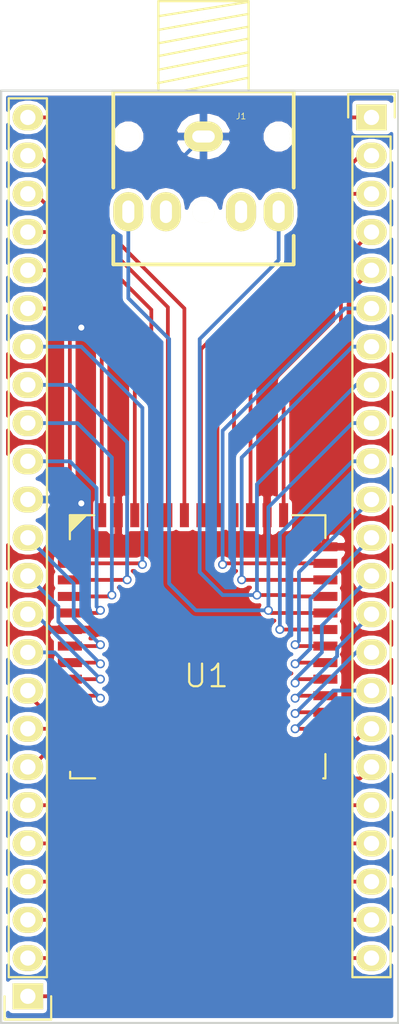
<source format=kicad_pcb>
(kicad_pcb (version 4) (host pcbnew 0.201509211831+6205~30~ubuntu14.04.1-product)

  (general
    (links 56)
    (no_connects 0)
    (area 69.266999 69.266999 95.833001 131.393001)
    (thickness 1.6)
    (drawings 4)
    (tracks 267)
    (zones 0)
    (modules 4)
    (nets 48)
  )

  (page A4)
  (layers
    (0 F.Cu signal)
    (31 B.Cu signal)
    (32 B.Adhes user)
    (33 F.Adhes user)
    (34 B.Paste user)
    (35 F.Paste user)
    (36 B.SilkS user)
    (37 F.SilkS user)
    (38 B.Mask user)
    (39 F.Mask user)
    (40 Dwgs.User user)
    (41 Cmts.User user)
    (42 Eco1.User user)
    (43 Eco2.User user)
    (44 Edge.Cuts user)
    (45 Margin user)
    (46 B.CrtYd user)
    (47 F.CrtYd user)
    (48 B.Fab user)
    (49 F.Fab user)
  )

  (setup
    (last_trace_width 0.25)
    (trace_clearance 0.2)
    (zone_clearance 0.254)
    (zone_45_only no)
    (trace_min 0.2)
    (segment_width 0.2)
    (edge_width 0.15)
    (via_size 0.6)
    (via_drill 0.4)
    (via_min_size 0.4)
    (via_min_drill 0.3)
    (uvia_size 0.3)
    (uvia_drill 0.1)
    (uvias_allowed no)
    (uvia_min_size 0.2)
    (uvia_min_drill 0.1)
    (pcb_text_width 0.3)
    (pcb_text_size 1.5 1.5)
    (mod_edge_width 0.15)
    (mod_text_size 1 1)
    (mod_text_width 0.15)
    (pad_size 1.524 1.524)
    (pad_drill 0.762)
    (pad_to_mask_clearance 0.2)
    (aux_axis_origin 0 0)
    (visible_elements FFFFFF7F)
    (pcbplotparams
      (layerselection 0x010f0_80000001)
      (usegerberextensions false)
      (excludeedgelayer false)
      (linewidth 1.000000)
      (plotframeref false)
      (viasonmask false)
      (mode 1)
      (useauxorigin false)
      (hpglpennumber 1)
      (hpglpenspeed 20)
      (hpglpendiameter 15)
      (hpglpenoverlay 2)
      (psnegative false)
      (psa4output false)
      (plotreference true)
      (plotvalue true)
      (plotinvisibletext false)
      (padsonsilk false)
      (subtractmaskfromsilk false)
      (outputformat 1)
      (mirror false)
      (drillshape 0)
      (scaleselection 1)
      (outputdirectory /home/nail/tmp/plot/))
  )

  (net 0 "")
  (net 1 "Net-(P1-Pad1)")
  (net 2 "Net-(P1-Pad2)")
  (net 3 "Net-(P1-Pad3)")
  (net 4 "Net-(P1-Pad4)")
  (net 5 "Net-(P1-Pad5)")
  (net 6 "Net-(P1-Pad6)")
  (net 7 "Net-(P1-Pad7)")
  (net 8 "Net-(P1-Pad8)")
  (net 9 "Net-(P1-Pad9)")
  (net 10 "Net-(P1-Pad10)")
  (net 11 "Net-(P1-Pad11)")
  (net 12 "Net-(P1-Pad12)")
  (net 13 "Net-(P1-Pad13)")
  (net 14 "Net-(P1-Pad15)")
  (net 15 "Net-(P1-Pad16)")
  (net 16 "Net-(P1-Pad17)")
  (net 17 "Net-(P1-Pad18)")
  (net 18 "Net-(P1-Pad19)")
  (net 19 "Net-(P1-Pad20)")
  (net 20 "Net-(P1-Pad21)")
  (net 21 "Net-(P1-Pad22)")
  (net 22 "Net-(P1-Pad23)")
  (net 23 "Net-(P1-Pad24)")
  (net 24 "Net-(P2-Pad1)")
  (net 25 "Net-(P2-Pad2)")
  (net 26 "Net-(P2-Pad3)")
  (net 27 "Net-(P2-Pad4)")
  (net 28 "Net-(P2-Pad5)")
  (net 29 "Net-(P2-Pad6)")
  (net 30 "Net-(P2-Pad7)")
  (net 31 "Net-(P2-Pad10)")
  (net 32 "Net-(P2-Pad11)")
  (net 33 "Net-(P2-Pad12)")
  (net 34 "Net-(P2-Pad13)")
  (net 35 "Net-(P2-Pad14)")
  (net 36 "Net-(P2-Pad15)")
  (net 37 "Net-(P2-Pad16)")
  (net 38 "Net-(P2-Pad17)")
  (net 39 "Net-(P2-Pad18)")
  (net 40 "Net-(P2-Pad19)")
  (net 41 "Net-(P2-Pad20)")
  (net 42 "Net-(P2-Pad21)")
  (net 43 "Net-(P2-Pad22)")
  (net 44 "Net-(P2-Pad23)")
  (net 45 "Net-(J1-Pad1)")
  (net 46 "Net-(J1-Pad2)")
  (net 47 "Net-(J1-Pad5)")

  (net_class Default "This is the default net class."
    (clearance 0.2)
    (trace_width 0.25)
    (via_dia 0.6)
    (via_drill 0.4)
    (uvia_dia 0.3)
    (uvia_drill 0.1)
    (add_net "Net-(J1-Pad1)")
    (add_net "Net-(J1-Pad2)")
    (add_net "Net-(J1-Pad5)")
    (add_net "Net-(P1-Pad1)")
    (add_net "Net-(P1-Pad10)")
    (add_net "Net-(P1-Pad11)")
    (add_net "Net-(P1-Pad12)")
    (add_net "Net-(P1-Pad13)")
    (add_net "Net-(P1-Pad15)")
    (add_net "Net-(P1-Pad16)")
    (add_net "Net-(P1-Pad17)")
    (add_net "Net-(P1-Pad18)")
    (add_net "Net-(P1-Pad19)")
    (add_net "Net-(P1-Pad2)")
    (add_net "Net-(P1-Pad20)")
    (add_net "Net-(P1-Pad21)")
    (add_net "Net-(P1-Pad22)")
    (add_net "Net-(P1-Pad23)")
    (add_net "Net-(P1-Pad24)")
    (add_net "Net-(P1-Pad3)")
    (add_net "Net-(P1-Pad4)")
    (add_net "Net-(P1-Pad5)")
    (add_net "Net-(P1-Pad6)")
    (add_net "Net-(P1-Pad7)")
    (add_net "Net-(P1-Pad8)")
    (add_net "Net-(P1-Pad9)")
    (add_net "Net-(P2-Pad1)")
    (add_net "Net-(P2-Pad10)")
    (add_net "Net-(P2-Pad11)")
    (add_net "Net-(P2-Pad12)")
    (add_net "Net-(P2-Pad13)")
    (add_net "Net-(P2-Pad14)")
    (add_net "Net-(P2-Pad15)")
    (add_net "Net-(P2-Pad16)")
    (add_net "Net-(P2-Pad17)")
    (add_net "Net-(P2-Pad18)")
    (add_net "Net-(P2-Pad19)")
    (add_net "Net-(P2-Pad2)")
    (add_net "Net-(P2-Pad20)")
    (add_net "Net-(P2-Pad21)")
    (add_net "Net-(P2-Pad22)")
    (add_net "Net-(P2-Pad23)")
    (add_net "Net-(P2-Pad3)")
    (add_net "Net-(P2-Pad4)")
    (add_net "Net-(P2-Pad5)")
    (add_net "Net-(P2-Pad6)")
    (add_net "Net-(P2-Pad7)")
  )

  (module jacks:3.5mm_stereo_jack_PJ306M (layer F.Cu) (tedit 55784D29) (tstamp 5600F4B1)
    (at 82.804 72.39)
    (path /55EEE911)
    (fp_text reference J1 (at 2.5 -1.35) (layer F.SilkS)
      (effects (font (size 0.39878 0.39878) (thickness 0.0508)))
    )
    (fp_text value jack (at 0 2.35) (layer F.SilkS) hide
      (effects (font (thickness 0.3048)))
    )
    (fp_line (start -1.55 -3) (end 2.95 -3.9) (layer F.SilkS) (width 0.15))
    (fp_line (start 3 -4.75) (end -3.05 -3.55) (layer F.SilkS) (width 0.15))
    (fp_line (start -2.95 -4.45) (end 3 -5.6) (layer F.SilkS) (width 0.15))
    (fp_line (start 2.95 -6.5) (end -3 -5.35) (layer F.SilkS) (width 0.15))
    (fp_line (start -3 -6.2) (end 3 -7.3) (layer F.SilkS) (width 0.15))
    (fp_line (start 3 -8.15) (end -2.95 -7.1) (layer F.SilkS) (width 0.15))
    (fp_line (start 3 -8.95) (end -3 -8) (layer F.SilkS) (width 0.15))
    (fp_line (start -3 -3) (end -3 -9) (layer F.SilkS) (width 0.15))
    (fp_line (start -3 -9) (end 3 -9) (layer F.SilkS) (width 0.15))
    (fp_line (start 3 -9) (end 3 -3) (layer F.SilkS) (width 0.15))
    (fp_line (start -6 3.4) (end -6 -3) (layer F.SilkS) (width 0.25))
    (fp_line (start 6 3.4) (end 6 -3) (layer F.SilkS) (width 0.25))
    (fp_line (start 6 8.5) (end 6 6.6) (layer F.SilkS) (width 0.25))
    (fp_line (start -6 8.5) (end -6 6.6) (layer F.SilkS) (width 0.25))
    (fp_line (start 6 8.5) (end -6 8.5) (layer F.SilkS) (width 0.25))
    (fp_line (start -6 -3) (end 6 -3) (layer F.SilkS) (width 0.25))
    (pad 1 thru_hole oval (at 0 0) (size 2.6 2) (drill oval 1.5 0.8) (layers *.Cu *.Mask F.SilkS)
      (net 45 "Net-(J1-Pad1)"))
    (pad 2 thru_hole oval (at 5 5) (size 2 2.6) (drill oval 0.8 1.5) (layers *.Cu *.Mask F.SilkS)
      (net 46 "Net-(J1-Pad2)"))
    (pad 3 thru_hole oval (at 2.5 5) (size 2 2.6) (drill oval 0.8 1.5) (layers *.Cu *.Mask F.SilkS))
    (pad 5 thru_hole oval (at -5 5) (size 2 2.6) (drill oval 0.8 1.5) (layers *.Cu *.Mask F.SilkS)
      (net 47 "Net-(J1-Pad5)"))
    (pad 4 thru_hole oval (at -2.5 5) (size 2 2.6) (drill oval 0.8 1.5) (layers *.Cu *.Mask F.SilkS))
    (pad "" np_thru_hole circle (at 0 5) (size 1.5 1.5) (drill 1.5) (layers *.Cu *.Mask F.SilkS))
    (pad "" np_thru_hole circle (at 5 0) (size 1.5 1.5) (drill 1.5) (layers *.Cu *.Mask F.SilkS))
    (pad "" np_thru_hole circle (at -5 0) (size 1.5 1.5) (drill 1.5) (layers *.Cu *.Mask F.SilkS))
  )

  (module Pin_Headers:Pin_Header_Straight_1x24 (layer F.Cu) (tedit 5600F61A) (tstamp 55EEC136)
    (at 71.12 129.54 180)
    (descr "Through hole pin header")
    (tags "pin header")
    (path /55EEB34C)
    (fp_text reference P1 (at 0 -5.1 180) (layer F.SilkS) hide
      (effects (font (size 1 1) (thickness 0.15)))
    )
    (fp_text value CONN_01X24 (at 0 -3.1 180) (layer F.Fab) hide
      (effects (font (size 1 1) (thickness 0.15)))
    )
    (fp_line (start -1.75 -1.75) (end -1.75 60.2) (layer F.CrtYd) (width 0.05))
    (fp_line (start 1.75 -1.75) (end 1.75 60.2) (layer F.CrtYd) (width 0.05))
    (fp_line (start -1.75 -1.75) (end 1.75 -1.75) (layer F.CrtYd) (width 0.05))
    (fp_line (start -1.75 60.2) (end 1.75 60.2) (layer F.CrtYd) (width 0.05))
    (fp_line (start 1.27 1.27) (end 1.27 59.69) (layer F.SilkS) (width 0.15))
    (fp_line (start -1.27 1.27) (end -1.27 59.69) (layer F.SilkS) (width 0.15))
    (fp_line (start -1.27 59.69) (end 1.27 59.69) (layer F.SilkS) (width 0.15))
    (fp_line (start 1.55 -1.55) (end 1.55 0) (layer F.SilkS) (width 0.15))
    (fp_line (start 1.27 1.27) (end -1.27 1.27) (layer F.SilkS) (width 0.15))
    (fp_line (start -1.55 0) (end -1.55 -1.55) (layer F.SilkS) (width 0.15))
    (fp_line (start -1.55 -1.55) (end 1.55 -1.55) (layer F.SilkS) (width 0.15))
    (pad 1 thru_hole rect (at 0 0 180) (size 2.032 1.7272) (drill 1.016) (layers *.Cu *.Mask F.SilkS)
      (net 1 "Net-(P1-Pad1)"))
    (pad 2 thru_hole oval (at 0 2.54 180) (size 2.032 1.7272) (drill 1.016) (layers *.Cu *.Mask F.SilkS)
      (net 2 "Net-(P1-Pad2)"))
    (pad 3 thru_hole oval (at 0 5.08 180) (size 2.032 1.7272) (drill 1.016) (layers *.Cu *.Mask F.SilkS)
      (net 3 "Net-(P1-Pad3)"))
    (pad 4 thru_hole oval (at 0 7.62 180) (size 2.032 1.7272) (drill 1.016) (layers *.Cu *.Mask F.SilkS)
      (net 4 "Net-(P1-Pad4)"))
    (pad 5 thru_hole oval (at 0 10.16 180) (size 2.032 1.7272) (drill 1.016) (layers *.Cu *.Mask F.SilkS)
      (net 5 "Net-(P1-Pad5)"))
    (pad 6 thru_hole oval (at 0 12.7 180) (size 2.032 1.7272) (drill 1.016) (layers *.Cu *.Mask F.SilkS)
      (net 6 "Net-(P1-Pad6)"))
    (pad 7 thru_hole oval (at 0 15.24 180) (size 2.032 1.7272) (drill 1.016) (layers *.Cu *.Mask F.SilkS)
      (net 7 "Net-(P1-Pad7)"))
    (pad 8 thru_hole oval (at 0 17.78 180) (size 2.032 1.7272) (drill 1.016) (layers *.Cu *.Mask F.SilkS)
      (net 8 "Net-(P1-Pad8)"))
    (pad 9 thru_hole oval (at 0 20.32 180) (size 2.032 1.7272) (drill 1.016) (layers *.Cu *.Mask F.SilkS)
      (net 9 "Net-(P1-Pad9)"))
    (pad 10 thru_hole oval (at 0 22.86 180) (size 2.032 1.7272) (drill 1.016) (layers *.Cu *.Mask F.SilkS)
      (net 10 "Net-(P1-Pad10)"))
    (pad 11 thru_hole oval (at 0 25.4 180) (size 2.032 1.7272) (drill 1.016) (layers *.Cu *.Mask F.SilkS)
      (net 11 "Net-(P1-Pad11)"))
    (pad 12 thru_hole oval (at 0 27.94 180) (size 2.032 1.7272) (drill 1.016) (layers *.Cu *.Mask F.SilkS)
      (net 12 "Net-(P1-Pad12)"))
    (pad 13 thru_hole oval (at 0 30.48 180) (size 2.032 1.7272) (drill 1.016) (layers *.Cu *.Mask F.SilkS)
      (net 13 "Net-(P1-Pad13)"))
    (pad 14 thru_hole oval (at 0 33.02 180) (size 2.032 1.7272) (drill 1.016) (layers *.Cu *.Mask F.SilkS)
      (net 45 "Net-(J1-Pad1)"))
    (pad 15 thru_hole oval (at 0 35.56 180) (size 2.032 1.7272) (drill 1.016) (layers *.Cu *.Mask F.SilkS)
      (net 14 "Net-(P1-Pad15)"))
    (pad 16 thru_hole oval (at 0 38.1 180) (size 2.032 1.7272) (drill 1.016) (layers *.Cu *.Mask F.SilkS)
      (net 15 "Net-(P1-Pad16)"))
    (pad 17 thru_hole oval (at 0 40.64 180) (size 2.032 1.7272) (drill 1.016) (layers *.Cu *.Mask F.SilkS)
      (net 16 "Net-(P1-Pad17)"))
    (pad 18 thru_hole oval (at 0 43.18 180) (size 2.032 1.7272) (drill 1.016) (layers *.Cu *.Mask F.SilkS)
      (net 17 "Net-(P1-Pad18)"))
    (pad 19 thru_hole oval (at 0 45.72 180) (size 2.032 1.7272) (drill 1.016) (layers *.Cu *.Mask F.SilkS)
      (net 18 "Net-(P1-Pad19)"))
    (pad 20 thru_hole oval (at 0 48.26 180) (size 2.032 1.7272) (drill 1.016) (layers *.Cu *.Mask F.SilkS)
      (net 19 "Net-(P1-Pad20)"))
    (pad 21 thru_hole oval (at 0 50.8 180) (size 2.032 1.7272) (drill 1.016) (layers *.Cu *.Mask F.SilkS)
      (net 20 "Net-(P1-Pad21)"))
    (pad 22 thru_hole oval (at 0 53.34 180) (size 2.032 1.7272) (drill 1.016) (layers *.Cu *.Mask F.SilkS)
      (net 21 "Net-(P1-Pad22)"))
    (pad 23 thru_hole oval (at 0 55.88 180) (size 2.032 1.7272) (drill 1.016) (layers *.Cu *.Mask F.SilkS)
      (net 22 "Net-(P1-Pad23)"))
    (pad 24 thru_hole oval (at 0 58.42 180) (size 2.032 1.7272) (drill 1.016) (layers *.Cu *.Mask F.SilkS)
      (net 23 "Net-(P1-Pad24)"))
    (model Pin_Headers.3dshapes/Pin_Header_Straight_1x24.wrl
      (at (xyz 0 -1.15 0))
      (scale (xyz 1 1 1))
      (rotate (xyz 0 0 90))
    )
  )

  (module Pin_Headers:Pin_Header_Straight_1x23 (layer F.Cu) (tedit 5600F613) (tstamp 55EEC151)
    (at 93.98 71.12)
    (descr "Through hole pin header")
    (tags "pin header")
    (path /55EEB79C)
    (fp_text reference P2 (at 0 -5.1) (layer F.SilkS) hide
      (effects (font (size 1 1) (thickness 0.15)))
    )
    (fp_text value CONN_01X23 (at 0 -3.1) (layer F.Fab) hide
      (effects (font (size 1 1) (thickness 0.15)))
    )
    (fp_line (start -1.75 -1.75) (end -1.75 57.65) (layer F.CrtYd) (width 0.05))
    (fp_line (start 1.75 -1.75) (end 1.75 57.65) (layer F.CrtYd) (width 0.05))
    (fp_line (start -1.75 -1.75) (end 1.75 -1.75) (layer F.CrtYd) (width 0.05))
    (fp_line (start -1.75 57.65) (end 1.75 57.65) (layer F.CrtYd) (width 0.05))
    (fp_line (start -1.27 1.27) (end -1.27 57.15) (layer F.SilkS) (width 0.15))
    (fp_line (start -1.27 57.15) (end 1.27 57.15) (layer F.SilkS) (width 0.15))
    (fp_line (start 1.27 57.15) (end 1.27 1.27) (layer F.SilkS) (width 0.15))
    (fp_line (start 1.55 -1.55) (end 1.55 0) (layer F.SilkS) (width 0.15))
    (fp_line (start 1.27 1.27) (end -1.27 1.27) (layer F.SilkS) (width 0.15))
    (fp_line (start -1.55 0) (end -1.55 -1.55) (layer F.SilkS) (width 0.15))
    (fp_line (start -1.55 -1.55) (end 1.55 -1.55) (layer F.SilkS) (width 0.15))
    (pad 1 thru_hole rect (at 0 0) (size 2.032 1.7272) (drill 1.016) (layers *.Cu *.Mask F.SilkS)
      (net 24 "Net-(P2-Pad1)"))
    (pad 2 thru_hole oval (at 0 2.54) (size 2.032 1.7272) (drill 1.016) (layers *.Cu *.Mask F.SilkS)
      (net 25 "Net-(P2-Pad2)"))
    (pad 3 thru_hole oval (at 0 5.08) (size 2.032 1.7272) (drill 1.016) (layers *.Cu *.Mask F.SilkS)
      (net 26 "Net-(P2-Pad3)"))
    (pad 4 thru_hole oval (at 0 7.62) (size 2.032 1.7272) (drill 1.016) (layers *.Cu *.Mask F.SilkS)
      (net 27 "Net-(P2-Pad4)"))
    (pad 5 thru_hole oval (at 0 10.16) (size 2.032 1.7272) (drill 1.016) (layers *.Cu *.Mask F.SilkS)
      (net 28 "Net-(P2-Pad5)"))
    (pad 6 thru_hole oval (at 0 12.7) (size 2.032 1.7272) (drill 1.016) (layers *.Cu *.Mask F.SilkS)
      (net 29 "Net-(P2-Pad6)"))
    (pad 7 thru_hole oval (at 0 15.24) (size 2.032 1.7272) (drill 1.016) (layers *.Cu *.Mask F.SilkS)
      (net 30 "Net-(P2-Pad7)"))
    (pad 8 thru_hole oval (at 0 17.78) (size 2.032 1.7272) (drill 1.016) (layers *.Cu *.Mask F.SilkS)
      (net 46 "Net-(J1-Pad2)"))
    (pad 9 thru_hole oval (at 0 20.32) (size 2.032 1.7272) (drill 1.016) (layers *.Cu *.Mask F.SilkS)
      (net 47 "Net-(J1-Pad5)"))
    (pad 10 thru_hole oval (at 0 22.86) (size 2.032 1.7272) (drill 1.016) (layers *.Cu *.Mask F.SilkS)
      (net 31 "Net-(P2-Pad10)"))
    (pad 11 thru_hole oval (at 0 25.4) (size 2.032 1.7272) (drill 1.016) (layers *.Cu *.Mask F.SilkS)
      (net 32 "Net-(P2-Pad11)"))
    (pad 12 thru_hole oval (at 0 27.94) (size 2.032 1.7272) (drill 1.016) (layers *.Cu *.Mask F.SilkS)
      (net 33 "Net-(P2-Pad12)"))
    (pad 13 thru_hole oval (at 0 30.48) (size 2.032 1.7272) (drill 1.016) (layers *.Cu *.Mask F.SilkS)
      (net 34 "Net-(P2-Pad13)"))
    (pad 14 thru_hole oval (at 0 33.02) (size 2.032 1.7272) (drill 1.016) (layers *.Cu *.Mask F.SilkS)
      (net 35 "Net-(P2-Pad14)"))
    (pad 15 thru_hole oval (at 0 35.56) (size 2.032 1.7272) (drill 1.016) (layers *.Cu *.Mask F.SilkS)
      (net 36 "Net-(P2-Pad15)"))
    (pad 16 thru_hole oval (at 0 38.1) (size 2.032 1.7272) (drill 1.016) (layers *.Cu *.Mask F.SilkS)
      (net 37 "Net-(P2-Pad16)"))
    (pad 17 thru_hole oval (at 0 40.64) (size 2.032 1.7272) (drill 1.016) (layers *.Cu *.Mask F.SilkS)
      (net 38 "Net-(P2-Pad17)"))
    (pad 18 thru_hole oval (at 0 43.18) (size 2.032 1.7272) (drill 1.016) (layers *.Cu *.Mask F.SilkS)
      (net 39 "Net-(P2-Pad18)"))
    (pad 19 thru_hole oval (at 0 45.72) (size 2.032 1.7272) (drill 1.016) (layers *.Cu *.Mask F.SilkS)
      (net 40 "Net-(P2-Pad19)"))
    (pad 20 thru_hole oval (at 0 48.26) (size 2.032 1.7272) (drill 1.016) (layers *.Cu *.Mask F.SilkS)
      (net 41 "Net-(P2-Pad20)"))
    (pad 21 thru_hole oval (at 0 50.8) (size 2.032 1.7272) (drill 1.016) (layers *.Cu *.Mask F.SilkS)
      (net 42 "Net-(P2-Pad21)"))
    (pad 22 thru_hole oval (at 0 53.34) (size 2.032 1.7272) (drill 1.016) (layers *.Cu *.Mask F.SilkS)
      (net 43 "Net-(P2-Pad22)"))
    (pad 23 thru_hole oval (at 0 55.88) (size 2.032 1.7272) (drill 1.016) (layers *.Cu *.Mask F.SilkS)
      (net 44 "Net-(P2-Pad23)"))
    (model Pin_Headers.3dshapes/Pin_Header_Straight_1x23.wrl
      (at (xyz 0 -1.1 0))
      (scale (xyz 1 1 1))
      (rotate (xyz 0 0 90))
    )
  )

  (module my_modules:SOYO-BT24G03 (layer F.Cu) (tedit 5600F609) (tstamp 55EEC18A)
    (at 73.914 115.062)
    (descr 12)
    (path /55EEB2F0)
    (fp_text reference U1 (at 9.08 -6.82) (layer F.SilkS)
      (effects (font (size 1.5 1.5) (thickness 0.15)))
    )
    (fp_text value SOYO-BT24G03 (at 8.89 4.064) (layer F.Fab)
      (effects (font (size 1.1 1.1) (thickness 0.1)))
    )
    (fp_line (start 0.02 -16.6) (end 0.88 -17.45) (layer F.SilkS) (width 0.15))
    (fp_line (start 0.06 -17.35) (end 0.16 -17.43) (layer F.SilkS) (width 0.15))
    (fp_line (start 0.26 -17.44) (end 0.06 -17.26) (layer F.SilkS) (width 0.15))
    (fp_line (start 0.01 -17.05) (end 0.43 -17.47) (layer F.SilkS) (width 0.15))
    (fp_line (start 0.61 -17.47) (end 0.05 -16.92) (layer F.SilkS) (width 0.15))
    (fp_line (start 0.03 -16.76) (end 0.72 -17.44) (layer F.SilkS) (width 0.15))
    (fp_line (start 0 -16.42) (end 1.04 -17.46) (layer F.SilkS) (width 0.15))
    (fp_line (start 1.62 -17.5) (end 0 -17.5) (layer F.SilkS) (width 0.15))
    (fp_line (start 0 -17.5) (end 0 -15.9) (layer F.SilkS) (width 0.15))
    (fp_line (start 17 -15.98) (end 17 -17.5) (layer F.SilkS) (width 0.15))
    (fp_line (start 17 -17.5) (end 14.8 -17.5) (layer F.SilkS) (width 0.15))
    (fp_line (start 16.86 -0.01) (end 17 -0.01) (layer F.SilkS) (width 0.15))
    (fp_line (start 17 -0.01) (end 17 -1.62) (layer F.SilkS) (width 0.15))
    (fp_line (start 0.02 -0.44) (end 0.02 -0.01) (layer F.SilkS) (width 0.15))
    (fp_line (start 0.02 -0.01) (end 1.68 -0.01) (layer F.SilkS) (width 0.15))
    (pad 39 smd rect (at 14.22 -17.5) (size 0.6 1.6) (layers F.Cu F.Paste F.Mask)
      (net 28 "Net-(P2-Pad5)"))
    (pad 40 smd rect (at 13.12 -17.5) (size 0.6 1.6) (layers F.Cu F.Paste F.Mask)
      (net 45 "Net-(J1-Pad1)"))
    (pad 41 smd rect (at 12.02 -17.5) (size 0.6 1.6) (layers F.Cu F.Paste F.Mask)
      (net 27 "Net-(P2-Pad4)"))
    (pad 42 smd rect (at 10.92 -17.5) (size 0.6 1.6) (layers F.Cu F.Paste F.Mask)
      (net 26 "Net-(P2-Pad3)"))
    (pad 43 smd rect (at 9.82 -17.5) (size 0.6 1.6) (layers F.Cu F.Paste F.Mask)
      (net 25 "Net-(P2-Pad2)"))
    (pad 44 smd rect (at 8.72 -17.5) (size 0.6 1.6) (layers F.Cu F.Paste F.Mask)
      (net 24 "Net-(P2-Pad1)"))
    (pad 45 smd rect (at 7.62 -17.5) (size 0.6 1.6) (layers F.Cu F.Paste F.Mask)
      (net 23 "Net-(P1-Pad24)"))
    (pad 46 smd rect (at 6.52 -17.5) (size 0.6 1.6) (layers F.Cu F.Paste F.Mask)
      (net 22 "Net-(P1-Pad23)"))
    (pad 47 smd rect (at 5.42 -17.5) (size 0.6 1.6) (layers F.Cu F.Paste F.Mask)
      (net 21 "Net-(P1-Pad22)"))
    (pad 48 smd rect (at 4.32 -17.5) (size 0.6 1.6) (layers F.Cu F.Paste F.Mask)
      (net 20 "Net-(P1-Pad21)"))
    (pad 49 smd rect (at 3.22 -17.5) (size 0.6 1.6) (layers F.Cu F.Paste F.Mask)
      (net 45 "Net-(J1-Pad1)"))
    (pad 50 smd rect (at 2.12 -17.5) (size 0.6 1.6) (layers F.Cu F.Paste F.Mask)
      (net 19 "Net-(P1-Pad20)"))
    (pad 52 smd rect (at 16.32 0) (size 0.6 1.6) (layers F.Cu F.Paste F.Mask)
      (net 39 "Net-(P2-Pad18)"))
    (pad 51 smd rect (at 15.32 0) (size 0.6 1.6) (layers F.Cu F.Paste F.Mask)
      (net 40 "Net-(P2-Pad19)"))
    (pad 25 smd rect (at 14.32 0) (size 0.6 1.6) (layers F.Cu F.Paste F.Mask)
      (net 41 "Net-(P2-Pad20)"))
    (pad 24 smd rect (at 13.27 0) (size 0.6 1.6) (layers F.Cu F.Paste F.Mask)
      (net 42 "Net-(P2-Pad21)"))
    (pad 23 smd rect (at 12.17 0) (size 0.6 1.6) (layers F.Cu F.Paste F.Mask)
      (net 43 "Net-(P2-Pad22)"))
    (pad 22 smd rect (at 11.07 0) (size 0.6 1.6) (layers F.Cu F.Paste F.Mask)
      (net 45 "Net-(J1-Pad1)"))
    (pad 21 smd rect (at 9.97 0) (size 0.6 1.6) (layers F.Cu F.Paste F.Mask)
      (net 45 "Net-(J1-Pad1)"))
    (pad 20 smd rect (at 8.87 0) (size 0.6 1.6) (layers F.Cu F.Paste F.Mask)
      (net 44 "Net-(P2-Pad23)"))
    (pad 19 smd rect (at 7.77 0) (size 0.6 1.6) (layers F.Cu F.Paste F.Mask)
      (net 1 "Net-(P1-Pad1)"))
    (pad 18 smd rect (at 6.67 0) (size 0.6 1.6) (layers F.Cu F.Paste F.Mask)
      (net 2 "Net-(P1-Pad2)"))
    (pad 17 smd rect (at 5.57 0) (size 0.6 1.6) (layers F.Cu F.Paste F.Mask)
      (net 3 "Net-(P1-Pad3)"))
    (pad 16 smd rect (at 4.47 0) (size 0.6 1.6) (layers F.Cu F.Paste F.Mask)
      (net 4 "Net-(P1-Pad4)"))
    (pad 15 smd rect (at 3.37 0) (size 0.6 1.6) (layers F.Cu F.Paste F.Mask)
      (net 5 "Net-(P1-Pad5)"))
    (pad 14 smd rect (at 2.27 0) (size 0.6 1.6) (layers F.Cu F.Paste F.Mask)
      (net 45 "Net-(J1-Pad1)"))
    (pad 1 smd rect (at 0 -15.4) (size 1.6 0.6) (layers F.Cu F.Paste F.Mask)
      (net 18 "Net-(P1-Pad19)"))
    (pad 2 smd rect (at 0 -14.3) (size 1.6 0.6) (layers F.Cu F.Paste F.Mask)
      (net 17 "Net-(P1-Pad18)"))
    (pad 3 smd rect (at 0 -13.2) (size 1.6 0.6) (layers F.Cu F.Paste F.Mask)
      (net 16 "Net-(P1-Pad17)"))
    (pad 4 smd rect (at 0 -12.1) (size 1.6 0.6) (layers F.Cu F.Paste F.Mask)
      (net 15 "Net-(P1-Pad16)"))
    (pad 5 smd rect (at 0 -11) (size 1.6 0.6) (layers F.Cu F.Paste F.Mask)
      (net 14 "Net-(P1-Pad15)"))
    (pad 6 smd rect (at 0 -9.9) (size 1.6 0.6) (layers F.Cu F.Paste F.Mask)
      (net 45 "Net-(J1-Pad1)"))
    (pad 7 smd rect (at 0 -8.8) (size 1.6 0.6) (layers F.Cu F.Paste F.Mask)
      (net 13 "Net-(P1-Pad13)"))
    (pad 8 smd rect (at 0 -7.7) (size 1.6 0.6) (layers F.Cu F.Paste F.Mask)
      (net 12 "Net-(P1-Pad12)"))
    (pad 9 smd rect (at 0 -6.6) (size 1.6 0.6) (layers F.Cu F.Paste F.Mask)
      (net 11 "Net-(P1-Pad11)"))
    (pad 10 smd rect (at 0 -5.5) (size 1.6 0.6) (layers F.Cu F.Paste F.Mask)
      (net 10 "Net-(P1-Pad10)"))
    (pad 11 smd rect (at 0 -4.4) (size 1.6 0.6) (layers F.Cu F.Paste F.Mask)
      (net 9 "Net-(P1-Pad9)"))
    (pad 12 smd rect (at 0 -3.3) (size 1.6 0.6) (layers F.Cu F.Paste F.Mask)
      (net 8 "Net-(P1-Pad8)"))
    (pad 13 smd rect (at 0 -2.2) (size 1.6 0.6) (layers F.Cu F.Paste F.Mask)
      (net 7 "Net-(P1-Pad7)"))
    (pad 53 smd rect (at 0 -1.1) (size 1.6 0.6) (layers F.Cu F.Paste F.Mask)
      (net 6 "Net-(P1-Pad6)"))
    (pad 38 smd rect (at 17 -15.4) (size 1.6 0.6) (layers F.Cu F.Paste F.Mask)
      (net 45 "Net-(J1-Pad1)"))
    (pad 37 smd rect (at 17 -14.3) (size 1.6 0.6) (layers F.Cu F.Paste F.Mask)
      (net 29 "Net-(P2-Pad6)"))
    (pad 36 smd rect (at 17 -13.2) (size 1.6 0.6) (layers F.Cu F.Paste F.Mask)
      (net 30 "Net-(P2-Pad7)"))
    (pad 35 smd rect (at 17 -12.1) (size 1.6 0.6) (layers F.Cu F.Paste F.Mask)
      (net 46 "Net-(J1-Pad2)"))
    (pad 34 smd rect (at 17 -11) (size 1.6 0.6) (layers F.Cu F.Paste F.Mask)
      (net 47 "Net-(J1-Pad5)"))
    (pad 33 smd rect (at 17 -9.9) (size 1.6 0.6) (layers F.Cu F.Paste F.Mask)
      (net 31 "Net-(P2-Pad10)"))
    (pad 32 smd rect (at 17 -8.8) (size 1.6 0.6) (layers F.Cu F.Paste F.Mask)
      (net 32 "Net-(P2-Pad11)"))
    (pad 31 smd rect (at 17 -7.7) (size 1.6 0.6) (layers F.Cu F.Paste F.Mask)
      (net 33 "Net-(P2-Pad12)"))
    (pad 30 smd rect (at 17 -6.6) (size 1.6 0.6) (layers F.Cu F.Paste F.Mask)
      (net 34 "Net-(P2-Pad13)"))
    (pad 29 smd rect (at 17 -5.5) (size 1.6 0.6) (layers F.Cu F.Paste F.Mask)
      (net 35 "Net-(P2-Pad14)"))
    (pad 28 smd rect (at 17 -4.4) (size 1.6 0.6) (layers F.Cu F.Paste F.Mask)
      (net 36 "Net-(P2-Pad15)"))
    (pad 27 smd rect (at 17 -3.3) (size 1.6 0.6) (layers F.Cu F.Paste F.Mask)
      (net 37 "Net-(P2-Pad16)"))
    (pad 26 smd rect (at 17 -2.2) (size 1.6 0.6) (layers F.Cu F.Paste F.Mask)
      (net 38 "Net-(P2-Pad17)"))
  )

  (gr_line (start 69.342 131.318) (end 69.342 69.342) (angle 90) (layer Edge.Cuts) (width 0.15))
  (gr_line (start 95.758 69.342) (end 95.758 131.318) (angle 90) (layer Edge.Cuts) (width 0.15))
  (gr_line (start 69.342 69.342) (end 95.758 69.342) (angle 90) (layer Edge.Cuts) (width 0.15))
  (gr_line (start 95.758 131.318) (end 69.342 131.318) (angle 90) (layer Edge.Cuts) (width 0.15))

  (segment (start 71.12 129.54) (end 77.724 129.54) (width 0.25) (layer F.Cu) (net 1))
  (segment (start 81.684 125.58) (end 81.684 115.062) (width 0.25) (layer F.Cu) (net 1) (tstamp 56010AAF))
  (segment (start 77.724 129.54) (end 81.684 125.58) (width 0.25) (layer F.Cu) (net 1) (tstamp 56010AAD))
  (segment (start 80.584 115.062) (end 80.584 124.14) (width 0.25) (layer F.Cu) (net 2))
  (segment (start 77.724 127) (end 71.12 127) (width 0.25) (layer F.Cu) (net 2) (tstamp 56010DE5))
  (segment (start 80.584 124.14) (end 77.724 127) (width 0.25) (layer F.Cu) (net 2) (tstamp 56010DE2))
  (segment (start 71.12 127) (end 72.009 127) (width 0.25) (layer F.Cu) (net 2))
  (segment (start 71.12 124.46) (end 76.962 124.46) (width 0.25) (layer F.Cu) (net 3))
  (segment (start 79.484 121.938) (end 79.484 115.062) (width 0.25) (layer F.Cu) (net 3) (tstamp 56010DEB))
  (segment (start 76.962 124.46) (end 79.484 121.938) (width 0.25) (layer F.Cu) (net 3) (tstamp 56010DE9))
  (segment (start 78.384 115.062) (end 78.384 119.736) (width 0.25) (layer F.Cu) (net 4))
  (segment (start 76.2 121.92) (end 71.12 121.92) (width 0.25) (layer F.Cu) (net 4) (tstamp 56010DF1))
  (segment (start 78.384 119.736) (end 76.2 121.92) (width 0.25) (layer F.Cu) (net 4) (tstamp 56010DEF))
  (segment (start 71.12 119.38) (end 75.946 119.38) (width 0.25) (layer F.Cu) (net 5))
  (segment (start 77.284 118.042) (end 77.284 115.062) (width 0.25) (layer F.Cu) (net 5) (tstamp 56010DF7))
  (segment (start 75.946 119.38) (end 77.284 118.042) (width 0.25) (layer F.Cu) (net 5) (tstamp 56010DF5))
  (segment (start 71.12 116.84) (end 73.66 116.84) (width 0.25) (layer F.Cu) (net 6))
  (segment (start 73.914 116.586) (end 73.914 113.962) (width 0.25) (layer F.Cu) (net 6) (tstamp 56010E99))
  (segment (start 73.66 116.84) (end 73.914 116.586) (width 0.25) (layer F.Cu) (net 6) (tstamp 56010E98))
  (segment (start 71.12 114.3) (end 71.374 114.3) (width 0.25) (layer F.Cu) (net 7))
  (segment (start 71.374 114.3) (end 72.812 112.862) (width 0.25) (layer F.Cu) (net 7) (tstamp 56010E9C))
  (segment (start 72.812 112.862) (end 73.914 112.862) (width 0.25) (layer F.Cu) (net 7) (tstamp 56010E9D))
  (segment (start 71.12 111.76) (end 73.912 111.76) (width 0.25) (layer F.Cu) (net 8))
  (segment (start 73.912 111.76) (end 73.914 111.762) (width 0.25) (layer F.Cu) (net 8) (tstamp 56010EA1))
  (segment (start 73.914 110.662) (end 72.308 110.662) (width 0.25) (layer F.Cu) (net 9))
  (segment (start 72.308 110.662) (end 71.12 109.474) (width 0.25) (layer F.Cu) (net 9) (tstamp 56010EA4))
  (segment (start 71.12 109.474) (end 71.12 109.22) (width 0.25) (layer F.Cu) (net 9) (tstamp 56010EA5))
  (segment (start 73.914 109.562) (end 75.78 109.562) (width 0.25) (layer F.Cu) (net 10))
  (segment (start 72.898 106.68) (end 71.12 106.68) (width 0.25) (layer B.Cu) (net 10) (tstamp 56011127))
  (segment (start 75.946 109.728) (end 72.898 106.68) (width 0.25) (layer B.Cu) (net 10) (tstamp 56011126))
  (via (at 75.946 109.728) (size 0.6) (drill 0.4) (layers F.Cu B.Cu) (net 10))
  (segment (start 75.78 109.562) (end 75.946 109.728) (width 0.25) (layer F.Cu) (net 10) (tstamp 56011122))
  (segment (start 71.12 106.68) (end 71.6915 106.68) (width 0.25) (layer B.Cu) (net 10))
  (segment (start 73.914 108.462) (end 75.942 108.462) (width 0.25) (layer F.Cu) (net 11))
  (segment (start 75.946 108.458) (end 71.628 104.14) (width 0.25) (layer B.Cu) (net 11) (tstamp 5601112D))
  (via (at 75.946 108.458) (size 0.6) (drill 0.4) (layers F.Cu B.Cu) (net 11))
  (segment (start 75.942 108.462) (end 75.946 108.458) (width 0.25) (layer F.Cu) (net 11) (tstamp 5601112B))
  (segment (start 71.628 104.14) (end 71.12 104.14) (width 0.25) (layer B.Cu) (net 11) (tstamp 5601112E))
  (segment (start 73.914 107.362) (end 75.866 107.362) (width 0.25) (layer F.Cu) (net 12))
  (segment (start 73.152 103.632) (end 71.12 101.6) (width 0.25) (layer B.Cu) (net 12) (tstamp 56011136))
  (segment (start 73.152 104.648) (end 73.152 103.632) (width 0.25) (layer B.Cu) (net 12) (tstamp 56011134))
  (segment (start 75.946 107.442) (end 73.152 104.648) (width 0.25) (layer B.Cu) (net 12) (tstamp 56011133))
  (via (at 75.946 107.442) (size 0.6) (drill 0.4) (layers F.Cu B.Cu) (net 12))
  (segment (start 75.866 107.362) (end 75.946 107.442) (width 0.25) (layer F.Cu) (net 12) (tstamp 56011131))
  (segment (start 73.914 106.262) (end 75.856 106.262) (width 0.25) (layer F.Cu) (net 13))
  (segment (start 74.168 102.108) (end 71.12 99.06) (width 0.25) (layer B.Cu) (net 13) (tstamp 5601113F))
  (segment (start 74.168 104.394) (end 74.168 102.108) (width 0.25) (layer B.Cu) (net 13) (tstamp 5601113D))
  (segment (start 75.946 106.172) (end 74.168 104.394) (width 0.25) (layer B.Cu) (net 13) (tstamp 5601113C))
  (via (at 75.946 106.172) (size 0.6) (drill 0.4) (layers F.Cu B.Cu) (net 13))
  (segment (start 75.856 106.262) (end 75.946 106.172) (width 0.25) (layer F.Cu) (net 13) (tstamp 5601113A))
  (segment (start 73.914 104.062) (end 75.77 104.062) (width 0.25) (layer F.Cu) (net 14))
  (segment (start 73.914 93.98) (end 71.12 93.98) (width 0.25) (layer B.Cu) (net 14) (tstamp 56011167))
  (segment (start 75.692 95.758) (end 73.914 93.98) (width 0.25) (layer B.Cu) (net 14) (tstamp 56011165))
  (segment (start 75.692 103.632) (end 75.692 95.758) (width 0.25) (layer B.Cu) (net 14) (tstamp 56011164))
  (segment (start 75.946 103.886) (end 75.692 103.632) (width 0.25) (layer B.Cu) (net 14) (tstamp 56011163))
  (via (at 75.946 103.886) (size 0.6) (drill 0.4) (layers F.Cu B.Cu) (net 14))
  (segment (start 75.77 104.062) (end 75.946 103.886) (width 0.25) (layer F.Cu) (net 14) (tstamp 56011161))
  (segment (start 73.914 102.962) (end 76.616 102.962) (width 0.25) (layer F.Cu) (net 15))
  (segment (start 74.422 91.44) (end 71.12 91.44) (width 0.25) (layer B.Cu) (net 15) (tstamp 56011173))
  (segment (start 76.708 93.726) (end 74.422 91.44) (width 0.25) (layer B.Cu) (net 15) (tstamp 56011172))
  (segment (start 76.708 102.87) (end 76.708 93.726) (width 0.25) (layer B.Cu) (net 15) (tstamp 56011171))
  (via (at 76.708 102.87) (size 0.6) (drill 0.4) (layers F.Cu B.Cu) (net 15))
  (segment (start 76.616 102.962) (end 76.708 102.87) (width 0.25) (layer F.Cu) (net 15) (tstamp 5601116F))
  (segment (start 71.12 88.9) (end 73.914 88.9) (width 0.25) (layer B.Cu) (net 16))
  (segment (start 77.716 101.862) (end 73.914 101.862) (width 0.25) (layer F.Cu) (net 16) (tstamp 5601117D))
  (segment (start 77.724 101.854) (end 77.716 101.862) (width 0.25) (layer F.Cu) (net 16) (tstamp 5601117C))
  (via (at 77.724 101.854) (size 0.6) (drill 0.4) (layers F.Cu B.Cu) (net 16))
  (segment (start 77.724 92.71) (end 77.724 101.854) (width 0.25) (layer B.Cu) (net 16) (tstamp 56011179))
  (segment (start 73.914 88.9) (end 77.724 92.71) (width 0.25) (layer B.Cu) (net 16) (tstamp 56011177))
  (segment (start 71.12 89.2175) (end 71.12 88.9) (width 0.25) (layer B.Cu) (net 16) (tstamp 55F2972B))
  (segment (start 73.914 100.762) (end 78.664 100.762) (width 0.25) (layer F.Cu) (net 17))
  (segment (start 74.676 86.36) (end 71.12 86.36) (width 0.25) (layer B.Cu) (net 17) (tstamp 56011184))
  (segment (start 78.74 90.424) (end 74.676 86.36) (width 0.25) (layer B.Cu) (net 17) (tstamp 56011183))
  (segment (start 78.74 100.838) (end 78.74 90.424) (width 0.25) (layer B.Cu) (net 17) (tstamp 56011182))
  (via (at 78.74 100.838) (size 0.6) (drill 0.4) (layers F.Cu B.Cu) (net 17))
  (segment (start 78.664 100.762) (end 78.74 100.838) (width 0.25) (layer F.Cu) (net 17) (tstamp 56011180))
  (segment (start 73.914 99.662) (end 73.914 84.836) (width 0.25) (layer F.Cu) (net 18))
  (segment (start 72.898 83.82) (end 71.12 83.82) (width 0.25) (layer F.Cu) (net 18) (tstamp 56010E13))
  (segment (start 73.914 84.836) (end 72.898 83.82) (width 0.25) (layer F.Cu) (net 18) (tstamp 56010E11))
  (segment (start 71.12 81.28) (end 72.644 81.28) (width 0.25) (layer F.Cu) (net 19))
  (segment (start 76.034 84.67) (end 76.034 97.562) (width 0.25) (layer F.Cu) (net 19) (tstamp 56010E19))
  (segment (start 72.644 81.28) (end 76.034 84.67) (width 0.25) (layer F.Cu) (net 19) (tstamp 56010E17))
  (segment (start 71.12 78.74) (end 72.39 78.74) (width 0.25) (layer F.Cu) (net 20))
  (segment (start 78.234 84.584) (end 78.234 97.562) (width 0.25) (layer F.Cu) (net 20) (tstamp 56010E5C))
  (segment (start 72.39 78.74) (end 78.234 84.584) (width 0.25) (layer F.Cu) (net 20) (tstamp 56010E58))
  (segment (start 71.12 76.2) (end 71.628 76.2) (width 0.25) (layer F.Cu) (net 21))
  (segment (start 71.628 76.2) (end 79.334 83.906) (width 0.25) (layer F.Cu) (net 21) (tstamp 56010E80))
  (segment (start 79.334 83.906) (end 79.334 97.562) (width 0.25) (layer F.Cu) (net 21) (tstamp 56010E81))
  (segment (start 71.12 76.2) (end 71.12 76.454) (width 0.25) (layer F.Cu) (net 21))
  (segment (start 71.12 73.66) (end 71.882 73.66) (width 0.25) (layer F.Cu) (net 22))
  (segment (start 71.882 73.66) (end 73.66 75.438) (width 0.25) (layer F.Cu) (net 22) (tstamp 56010E66))
  (segment (start 73.66 75.438) (end 73.66 76.962) (width 0.25) (layer F.Cu) (net 22) (tstamp 56010E67))
  (segment (start 73.66 76.962) (end 80.434 83.736) (width 0.25) (layer F.Cu) (net 22) (tstamp 56010E69))
  (segment (start 80.434 83.736) (end 80.434 97.562) (width 0.25) (layer F.Cu) (net 22) (tstamp 56010E6B))
  (segment (start 81.534 97.562) (end 81.534 83.82) (width 0.25) (layer F.Cu) (net 23))
  (segment (start 72.898 71.12) (end 71.12 71.12) (width 0.25) (layer F.Cu) (net 23) (tstamp 56010E75))
  (segment (start 74.93 73.152) (end 72.898 71.12) (width 0.25) (layer F.Cu) (net 23) (tstamp 56010E73))
  (segment (start 74.93 77.216) (end 74.93 73.152) (width 0.25) (layer F.Cu) (net 23) (tstamp 56010E71))
  (segment (start 81.534 83.82) (end 74.93 77.216) (width 0.25) (layer F.Cu) (net 23) (tstamp 56010E6F))
  (segment (start 82.634 97.562) (end 82.634 86.53) (width 0.25) (layer F.Cu) (net 24) (status 400000))
  (segment (start 82.634 86.53) (end 89.662 79.502) (width 0.25) (layer F.Cu) (net 24) (tstamp 560114B8))
  (segment (start 92.202 71.12) (end 93.98 71.12) (width 0.25) (layer F.Cu) (net 24) (tstamp 56011192))
  (segment (start 89.662 79.502) (end 89.662 73.66) (width 0.25) (layer F.Cu) (net 24) (tstamp 5601118E))
  (segment (start 89.662 73.66) (end 92.202 71.12) (width 0.25) (layer F.Cu) (net 24) (tstamp 56011190))
  (segment (start 83.734 97.562) (end 83.734 87.716) (width 0.25) (layer F.Cu) (net 25) (status 400000))
  (segment (start 83.734 87.716) (end 90.678 80.772) (width 0.25) (layer F.Cu) (net 25) (tstamp 560114C1))
  (segment (start 93.98 73.66) (end 93.218 73.66) (width 0.25) (layer F.Cu) (net 25))
  (segment (start 93.218 73.66) (end 90.678 76.2) (width 0.25) (layer F.Cu) (net 25) (tstamp 56010CA0))
  (segment (start 90.678 76.2) (end 90.678 80.772) (width 0.25) (layer F.Cu) (net 25) (tstamp 56010CA1))
  (segment (start 84.834 97.562) (end 84.834 87.886) (width 0.25) (layer F.Cu) (net 26) (status 400000))
  (segment (start 84.834 87.886) (end 91.694 81.026) (width 0.25) (layer F.Cu) (net 26) (tstamp 560114C7))
  (segment (start 93.98 76.2) (end 92.71 76.2) (width 0.25) (layer F.Cu) (net 26))
  (segment (start 91.694 77.216) (end 91.694 81.026) (width 0.25) (layer F.Cu) (net 26) (tstamp 56010C97))
  (segment (start 92.71 76.2) (end 91.694 77.216) (width 0.25) (layer F.Cu) (net 26) (tstamp 56010C95))
  (segment (start 85.934 97.562) (end 85.934 88.818) (width 0.25) (layer F.Cu) (net 27) (status 400000))
  (segment (start 85.934 88.818) (end 91.186 83.566) (width 0.25) (layer F.Cu) (net 27) (tstamp 560114CE))
  (segment (start 92.456 80.518) (end 92.456 80.264) (width 0.25) (layer F.Cu) (net 27))
  (segment (start 91.186 83.566) (end 91.186 82.804) (width 0.25) (layer F.Cu) (net 27) (tstamp 560114D7))
  (segment (start 91.186 82.55) (end 92.456 81.28) (width 0.25) (layer F.Cu) (net 27) (tstamp 56010C8D))
  (segment (start 92.456 81.28) (end 92.456 80.518) (width 0.25) (layer F.Cu) (net 27) (tstamp 56010C8E))
  (segment (start 91.186 82.804) (end 91.186 82.55) (width 0.25) (layer F.Cu) (net 27))
  (segment (start 92.456 80.264) (end 93.98 78.74) (width 0.25) (layer F.Cu) (net 27) (tstamp 56010C92))
  (segment (start 93.98 78.74) (end 93.7895 78.74) (width 0.25) (layer F.Cu) (net 27))
  (segment (start 88.134 97.562) (end 88.134 88.65) (width 0.25) (layer F.Cu) (net 28) (status 400000))
  (segment (start 88.134 88.65) (end 91.948 84.836) (width 0.25) (layer F.Cu) (net 28) (tstamp 560114D9))
  (segment (start 88.134 97.562) (end 88.134 97.032) (width 0.25) (layer F.Cu) (net 28))
  (segment (start 91.948 83.312) (end 93.98 81.28) (width 0.25) (layer F.Cu) (net 28) (tstamp 56010C71))
  (segment (start 91.948 84.836) (end 91.948 83.312) (width 0.25) (layer F.Cu) (net 28) (tstamp 560114DD))
  (segment (start 84.074 100.838) (end 84.074 91.948) (width 0.25) (layer B.Cu) (net 29))
  (segment (start 92.202 83.82) (end 93.98 83.82) (width 0.25) (layer B.Cu) (net 29) (tstamp 560114FD) (status 800000))
  (segment (start 84.074 91.948) (end 92.202 83.82) (width 0.25) (layer B.Cu) (net 29) (tstamp 560114FA))
  (segment (start 84.15 100.762) (end 90.914 100.762) (width 0.25) (layer F.Cu) (net 29) (tstamp 56010C53))
  (segment (start 84.074 100.838) (end 84.15 100.762) (width 0.25) (layer F.Cu) (net 29) (tstamp 56010C52))
  (via (at 84.074 100.838) (size 0.6) (drill 0.4) (layers F.Cu B.Cu) (net 29))
  (segment (start 85.344 101.854) (end 85.344 93.726) (width 0.25) (layer B.Cu) (net 30))
  (segment (start 85.344 93.726) (end 92.71 86.36) (width 0.25) (layer B.Cu) (net 30) (tstamp 56011501))
  (segment (start 92.71 86.36) (end 93.98 86.36) (width 0.25) (layer B.Cu) (net 30) (tstamp 56011503) (status 800000))
  (segment (start 90.914 101.862) (end 85.352 101.862) (width 0.25) (layer F.Cu) (net 30))
  (segment (start 92.71 86.36) (end 93.98 86.36) (width 0.25) (layer B.Cu) (net 30) (tstamp 56010C45))
  (via (at 85.344 101.854) (size 0.6) (drill 0.4) (layers F.Cu B.Cu) (net 30))
  (segment (start 85.352 101.862) (end 85.344 101.854) (width 0.25) (layer F.Cu) (net 30) (tstamp 56010C3C))
  (segment (start 93.98 86.36) (end 93.726 86.36) (width 0.25) (layer B.Cu) (net 30))
  (segment (start 87.884 105.156) (end 87.884 98.806) (width 0.25) (layer B.Cu) (net 31))
  (segment (start 92.71 93.98) (end 93.98 93.98) (width 0.25) (layer B.Cu) (net 31) (tstamp 56011516) (status 800000))
  (segment (start 87.884 98.806) (end 92.71 93.98) (width 0.25) (layer B.Cu) (net 31) (tstamp 56011514))
  (segment (start 90.914 105.162) (end 87.89 105.162) (width 0.25) (layer F.Cu) (net 31))
  (via (at 87.884 105.156) (size 0.6) (drill 0.4) (layers F.Cu B.Cu) (net 31))
  (segment (start 87.89 105.162) (end 87.884 105.156) (width 0.25) (layer F.Cu) (net 31) (tstamp 56010B07))
  (segment (start 90.914 106.262) (end 88.99 106.262) (width 0.25) (layer F.Cu) (net 32))
  (segment (start 89.154 101.346) (end 93.98 96.52) (width 0.25) (layer B.Cu) (net 32) (tstamp 56010B03))
  (segment (start 89.154 105.918) (end 89.154 101.346) (width 0.25) (layer B.Cu) (net 32) (tstamp 56010B02))
  (segment (start 88.9 106.172) (end 89.154 105.918) (width 0.25) (layer B.Cu) (net 32) (tstamp 56010B01))
  (via (at 88.9 106.172) (size 0.6) (drill 0.4) (layers F.Cu B.Cu) (net 32))
  (segment (start 88.99 106.262) (end 88.9 106.172) (width 0.25) (layer F.Cu) (net 32) (tstamp 56010AFF))
  (segment (start 90.914 107.362) (end 88.98 107.362) (width 0.25) (layer F.Cu) (net 33))
  (segment (start 89.916 103.124) (end 93.98 99.06) (width 0.25) (layer B.Cu) (net 33) (tstamp 56010AFA))
  (segment (start 89.916 106.426) (end 89.916 103.124) (width 0.25) (layer B.Cu) (net 33) (tstamp 56010AF9))
  (segment (start 88.9 107.442) (end 89.916 106.426) (width 0.25) (layer B.Cu) (net 33) (tstamp 56010AF8))
  (via (at 88.9 107.442) (size 0.6) (drill 0.4) (layers F.Cu B.Cu) (net 33))
  (segment (start 88.98 107.362) (end 88.9 107.442) (width 0.25) (layer F.Cu) (net 33) (tstamp 56010AF6))
  (segment (start 93.9 98.98) (end 93.98 99.06) (width 0.25) (layer F.Cu) (net 33) (tstamp 55F2966A))
  (segment (start 93.98 101.6) (end 90.678 104.902) (width 0.25) (layer B.Cu) (net 34))
  (segment (start 89.15 108.462) (end 90.914 108.462) (width 0.25) (layer F.Cu) (net 34) (tstamp 56010AF3))
  (segment (start 88.9 108.712) (end 89.15 108.462) (width 0.25) (layer F.Cu) (net 34) (tstamp 56010AF2))
  (via (at 88.9 108.712) (size 0.6) (drill 0.4) (layers F.Cu B.Cu) (net 34))
  (segment (start 88.9 108.458) (end 88.9 108.712) (width 0.25) (layer B.Cu) (net 34) (tstamp 56010AF0))
  (segment (start 90.678 106.68) (end 88.9 108.458) (width 0.25) (layer B.Cu) (net 34) (tstamp 56010AEF))
  (segment (start 90.678 104.902) (end 90.678 106.68) (width 0.25) (layer B.Cu) (net 34) (tstamp 56010AEE))
  (segment (start 90.914 109.562) (end 89.066 109.562) (width 0.25) (layer F.Cu) (net 35))
  (segment (start 91.694 106.426) (end 93.98 104.14) (width 0.25) (layer B.Cu) (net 35) (tstamp 56010AEB))
  (segment (start 91.694 106.934) (end 91.694 106.426) (width 0.25) (layer B.Cu) (net 35) (tstamp 56010AE9))
  (segment (start 88.9 109.728) (end 91.694 106.934) (width 0.25) (layer B.Cu) (net 35) (tstamp 56010AE8))
  (via (at 88.9 109.728) (size 0.6) (drill 0.4) (layers F.Cu B.Cu) (net 35))
  (segment (start 89.066 109.562) (end 88.9 109.728) (width 0.25) (layer F.Cu) (net 35) (tstamp 56010AE6))
  (segment (start 93.98 104.14) (end 93.98 104.0765) (width 0.25) (layer B.Cu) (net 35))
  (segment (start 90.914 110.662) (end 88.982 110.662) (width 0.25) (layer F.Cu) (net 36))
  (segment (start 88.9 110.744) (end 92.964 106.68) (width 0.25) (layer B.Cu) (net 36) (tstamp 56010AE1))
  (via (at 88.9 110.744) (size 0.6) (drill 0.4) (layers F.Cu B.Cu) (net 36))
  (segment (start 88.982 110.662) (end 88.9 110.744) (width 0.25) (layer F.Cu) (net 36) (tstamp 56010ADF))
  (segment (start 92.964 106.68) (end 93.98 106.68) (width 0.25) (layer B.Cu) (net 36) (tstamp 56010AE2))
  (segment (start 90.914 111.762) (end 88.902 111.762) (width 0.25) (layer F.Cu) (net 37))
  (segment (start 91.44 109.22) (end 93.98 109.22) (width 0.25) (layer B.Cu) (net 37) (tstamp 56010ADB))
  (segment (start 88.9 111.76) (end 91.44 109.22) (width 0.25) (layer B.Cu) (net 37) (tstamp 56010ADA))
  (via (at 88.9 111.76) (size 0.6) (drill 0.4) (layers F.Cu B.Cu) (net 37))
  (segment (start 88.902 111.762) (end 88.9 111.76) (width 0.25) (layer F.Cu) (net 37) (tstamp 56010AD8))
  (segment (start 93.98 109.22) (end 93.599 109.22) (width 0.25) (layer B.Cu) (net 37))
  (segment (start 93.98 111.76) (end 93.726 111.76) (width 0.25) (layer F.Cu) (net 38))
  (segment (start 93.726 111.76) (end 92.624 112.862) (width 0.25) (layer F.Cu) (net 38) (tstamp 56010AD3))
  (segment (start 92.624 112.862) (end 90.914 112.862) (width 0.25) (layer F.Cu) (net 38) (tstamp 56010AD4))
  (segment (start 90.234 115.062) (end 93.218 115.062) (width 0.25) (layer F.Cu) (net 39))
  (segment (start 93.218 115.062) (end 93.98 114.3) (width 0.25) (layer F.Cu) (net 39) (tstamp 56010AD0))
  (segment (start 93.98 116.84) (end 89.916 116.84) (width 0.25) (layer F.Cu) (net 40))
  (segment (start 89.234 116.158) (end 89.234 115.062) (width 0.25) (layer F.Cu) (net 40) (tstamp 56010ACD))
  (segment (start 89.916 116.84) (end 89.234 116.158) (width 0.25) (layer F.Cu) (net 40) (tstamp 56010ACC))
  (segment (start 88.234 115.062) (end 88.234 117.444) (width 0.25) (layer F.Cu) (net 41))
  (segment (start 90.17 119.38) (end 93.98 119.38) (width 0.25) (layer F.Cu) (net 41) (tstamp 56010AC8))
  (segment (start 88.234 117.444) (end 90.17 119.38) (width 0.25) (layer F.Cu) (net 41) (tstamp 56010AC6))
  (segment (start 87.184 115.062) (end 87.184 118.68) (width 0.25) (layer F.Cu) (net 42))
  (segment (start 90.424 121.92) (end 93.98 121.92) (width 0.25) (layer F.Cu) (net 42) (tstamp 56010AC2))
  (segment (start 87.184 118.68) (end 90.424 121.92) (width 0.25) (layer F.Cu) (net 42) (tstamp 56010AC0))
  (segment (start 93.98 124.46) (end 88.392 124.46) (width 0.25) (layer F.Cu) (net 43))
  (segment (start 86.084 122.152) (end 86.084 115.062) (width 0.25) (layer F.Cu) (net 43) (tstamp 56010ABC))
  (segment (start 88.392 124.46) (end 86.084 122.152) (width 0.25) (layer F.Cu) (net 43) (tstamp 56010ABA))
  (segment (start 82.784 115.062) (end 82.784 125.71) (width 0.25) (layer F.Cu) (net 44))
  (segment (start 84.074 127) (end 93.98 127) (width 0.25) (layer F.Cu) (net 44) (tstamp 56010AB6))
  (segment (start 82.784 125.71) (end 84.074 127) (width 0.25) (layer F.Cu) (net 44) (tstamp 56010AB3))
  (segment (start 74.676 96.774) (end 74.676 85.09) (width 0.25) (layer F.Cu) (net 45))
  (via (at 74.676 85.09) (size 0.6) (drill 0.4) (layers F.Cu B.Cu) (net 45))
  (segment (start 74.676 85.09) (end 74.676 75.692) (width 0.25) (layer B.Cu) (net 45) (tstamp 560111B3))
  (segment (start 74.676 75.692) (end 75.438 74.93) (width 0.25) (layer B.Cu) (net 45) (tstamp 560111B4))
  (segment (start 75.438 74.93) (end 80.264 74.93) (width 0.25) (layer B.Cu) (net 45) (tstamp 560111B5))
  (segment (start 80.264 74.93) (end 82.804 72.39) (width 0.25) (layer B.Cu) (net 45) (tstamp 560111B6))
  (segment (start 77.216 99.662) (end 76.294 99.662) (width 0.25) (layer F.Cu) (net 45))
  (segment (start 74.422 96.52) (end 71.12 96.52) (width 0.25) (layer B.Cu) (net 45) (tstamp 5601115E))
  (segment (start 74.676 96.774) (end 74.422 96.52) (width 0.25) (layer B.Cu) (net 45) (tstamp 5601115D))
  (via (at 74.676 96.774) (size 0.6) (drill 0.4) (layers F.Cu B.Cu) (net 45))
  (segment (start 74.676 98.044) (end 74.676 96.774) (width 0.25) (layer F.Cu) (net 45) (tstamp 56011158))
  (segment (start 76.294 99.662) (end 74.676 98.044) (width 0.25) (layer F.Cu) (net 45) (tstamp 56011152))
  (segment (start 83.884 115.062) (end 83.884 113.03) (width 0.25) (layer F.Cu) (net 45))
  (segment (start 83.884 113.03) (end 84.074 113.03) (width 0.25) (layer F.Cu) (net 45) (tstamp 56010E0C))
  (segment (start 82.55 113.03) (end 84.074 113.03) (width 0.25) (layer F.Cu) (net 45))
  (segment (start 84.074 113.03) (end 84.836 113.03) (width 0.25) (layer F.Cu) (net 45) (tstamp 56010E0F))
  (segment (start 84.984 113.178) (end 84.984 115.062) (width 0.25) (layer F.Cu) (net 45) (tstamp 56010E09))
  (segment (start 84.836 113.03) (end 84.984 113.178) (width 0.25) (layer F.Cu) (net 45) (tstamp 56010E08))
  (segment (start 73.914 105.162) (end 82.55 105.162) (width 0.25) (layer F.Cu) (net 45))
  (segment (start 82.55 105.162) (end 82.55 105.41) (width 0.25) (layer F.Cu) (net 45) (tstamp 56010E03))
  (segment (start 76.184 115.062) (end 76.184 113.3) (width 0.25) (layer F.Cu) (net 45))
  (segment (start 82.804 99.568) (end 82.804 99.662) (width 0.25) (layer F.Cu) (net 45) (tstamp 56010E00))
  (segment (start 82.644 99.568) (end 82.804 99.568) (width 0.25) (layer F.Cu) (net 45) (tstamp 56010DFF))
  (segment (start 82.55 99.662) (end 82.644 99.568) (width 0.25) (layer F.Cu) (net 45) (tstamp 56010DFE))
  (segment (start 82.55 113.03) (end 82.55 105.41) (width 0.25) (layer F.Cu) (net 45) (tstamp 56010DFD))
  (segment (start 82.55 105.41) (end 82.55 99.662) (width 0.25) (layer F.Cu) (net 45) (tstamp 56010E06))
  (segment (start 76.454 113.03) (end 82.55 113.03) (width 0.25) (layer F.Cu) (net 45) (tstamp 56010DFC))
  (segment (start 76.184 113.3) (end 76.454 113.03) (width 0.25) (layer F.Cu) (net 45) (tstamp 56010DFB))
  (segment (start 87.034 97.562) (end 87.034 99.662) (width 0.25) (layer F.Cu) (net 45))
  (segment (start 87.122 99.568) (end 87.122 99.662) (width 0.25) (layer F.Cu) (net 45) (tstamp 56010C5C))
  (segment (start 87.122 99.574) (end 87.122 99.568) (width 0.25) (layer F.Cu) (net 45) (tstamp 56010C5B))
  (segment (start 87.034 99.662) (end 87.122 99.574) (width 0.25) (layer F.Cu) (net 45) (tstamp 56010C5A))
  (segment (start 90.914 99.662) (end 87.122 99.662) (width 0.25) (layer F.Cu) (net 45))
  (segment (start 87.122 99.662) (end 82.804 99.662) (width 0.25) (layer F.Cu) (net 45) (tstamp 56010C5D))
  (segment (start 82.804 99.662) (end 77.216 99.662) (width 0.25) (layer F.Cu) (net 45) (tstamp 56010E01))
  (segment (start 77.216 99.662) (end 77.122 99.662) (width 0.25) (layer F.Cu) (net 45) (tstamp 56011150))
  (segment (start 77.134 99.65) (end 77.134 97.562) (width 0.25) (layer F.Cu) (net 45) (tstamp 56010C57))
  (segment (start 77.122 99.662) (end 77.134 99.65) (width 0.25) (layer F.Cu) (net 45) (tstamp 56010C56))
  (segment (start 86.36 102.87) (end 86.36 95.504) (width 0.25) (layer B.Cu) (net 46))
  (segment (start 86.36 95.504) (end 92.964 88.9) (width 0.25) (layer B.Cu) (net 46) (tstamp 56011507) (status 800000))
  (segment (start 92.964 88.9) (end 93.98 88.9) (width 0.25) (layer B.Cu) (net 46) (tstamp 56011509) (status C00000))
  (segment (start 86.36 102.87) (end 84.074 102.87) (width 0.25) (layer B.Cu) (net 46))
  (segment (start 84.074 102.87) (end 82.55 101.346) (width 0.25) (layer B.Cu) (net 46) (tstamp 560114E1))
  (segment (start 82.55 85.852) (end 87.804 80.598) (width 0.25) (layer B.Cu) (net 46) (tstamp 560114E6))
  (segment (start 82.55 101.346) (end 82.55 85.852) (width 0.25) (layer B.Cu) (net 46) (tstamp 560114E4))
  (segment (start 87.804 77.39) (end 87.804 80.598) (width 0.25) (layer B.Cu) (net 46))
  (segment (start 90.914 102.962) (end 88.738 102.962) (width 0.25) (layer F.Cu) (net 46))
  (via (at 86.36 102.87) (size 0.6) (drill 0.4) (layers F.Cu B.Cu) (net 46))
  (segment (start 88.646 102.87) (end 86.36 102.87) (width 0.25) (layer F.Cu) (net 46) (tstamp 56010B1F))
  (segment (start 88.738 102.962) (end 88.646 102.87) (width 0.25) (layer F.Cu) (net 46) (tstamp 56010B1E))
  (segment (start 87.122 103.886) (end 87.122 97.028) (width 0.25) (layer B.Cu) (net 47))
  (segment (start 92.71 91.44) (end 93.98 91.44) (width 0.25) (layer B.Cu) (net 47) (tstamp 56011510) (status 800000))
  (segment (start 87.122 97.028) (end 92.71 91.44) (width 0.25) (layer B.Cu) (net 47) (tstamp 5601150E))
  (segment (start 77.804 77.39) (end 77.804 83.138) (width 0.25) (layer B.Cu) (net 47) (status 400000))
  (segment (start 77.804 83.138) (end 80.518 85.852) (width 0.25) (layer B.Cu) (net 47) (tstamp 560114F0))
  (segment (start 87.122 103.886) (end 82.296 103.886) (width 0.25) (layer B.Cu) (net 47))
  (segment (start 80.518 102.108) (end 80.518 85.852) (width 0.25) (layer B.Cu) (net 47) (tstamp 560111A7))
  (segment (start 82.296 103.886) (end 80.518 102.108) (width 0.25) (layer B.Cu) (net 47) (tstamp 560111A6))
  (segment (start 90.914 104.062) (end 87.298 104.062) (width 0.25) (layer F.Cu) (net 47))
  (via (at 87.122 103.886) (size 0.6) (drill 0.4) (layers F.Cu B.Cu) (net 47))
  (segment (start 87.298 104.062) (end 87.122 103.886) (width 0.25) (layer F.Cu) (net 47) (tstamp 56010B12))

  (zone (net 45) (net_name "Net-(J1-Pad1)") (layer B.Cu) (tstamp 56011450) (hatch edge 0.508)
    (connect_pads (clearance 0.254))
    (min_thickness 0.254)
    (fill yes (arc_segments 16) (thermal_gap 0.508) (thermal_bridge_width 0.508))
    (polygon
      (pts
        (xy 69.342 96.52) (xy 69.342 69.342) (xy 95.758 69.342) (xy 95.758 131.318) (xy 69.342 131.318)
        (xy 69.342 96.52)
      )
    )
    (filled_polygon
      (pts
        (xy 95.302 70.028343) (xy 95.274454 69.985535) (xy 95.147134 69.898541) (xy 94.996 69.867936) (xy 92.964 69.867936)
        (xy 92.82281 69.894503) (xy 92.693135 69.977946) (xy 92.606141 70.105266) (xy 92.575536 70.2564) (xy 92.575536 71.9836)
        (xy 92.602103 72.12479) (xy 92.685546 72.254465) (xy 92.812866 72.341459) (xy 92.964 72.372064) (xy 94.996 72.372064)
        (xy 95.13719 72.345497) (xy 95.266865 72.262054) (xy 95.302 72.210632) (xy 95.302 73.172294) (xy 95.039834 72.779935)
        (xy 94.636057 72.51014) (xy 94.159769 72.4154) (xy 93.800231 72.4154) (xy 93.323943 72.51014) (xy 92.920166 72.779935)
        (xy 92.650371 73.183712) (xy 92.555631 73.66) (xy 92.650371 74.136288) (xy 92.920166 74.540065) (xy 93.323943 74.80986)
        (xy 93.800231 74.9046) (xy 94.159769 74.9046) (xy 94.636057 74.80986) (xy 95.039834 74.540065) (xy 95.302 74.147706)
        (xy 95.302 75.712294) (xy 95.039834 75.319935) (xy 94.636057 75.05014) (xy 94.159769 74.9554) (xy 93.800231 74.9554)
        (xy 93.323943 75.05014) (xy 92.920166 75.319935) (xy 92.650371 75.723712) (xy 92.555631 76.2) (xy 92.650371 76.676288)
        (xy 92.920166 77.080065) (xy 93.323943 77.34986) (xy 93.800231 77.4446) (xy 94.159769 77.4446) (xy 94.636057 77.34986)
        (xy 95.039834 77.080065) (xy 95.302 76.687706) (xy 95.302 78.252294) (xy 95.039834 77.859935) (xy 94.636057 77.59014)
        (xy 94.159769 77.4954) (xy 93.800231 77.4954) (xy 93.323943 77.59014) (xy 92.920166 77.859935) (xy 92.650371 78.263712)
        (xy 92.555631 78.74) (xy 92.650371 79.216288) (xy 92.920166 79.620065) (xy 93.323943 79.88986) (xy 93.800231 79.9846)
        (xy 94.159769 79.9846) (xy 94.636057 79.88986) (xy 95.039834 79.620065) (xy 95.302 79.227706) (xy 95.302 80.792294)
        (xy 95.039834 80.399935) (xy 94.636057 80.13014) (xy 94.159769 80.0354) (xy 93.800231 80.0354) (xy 93.323943 80.13014)
        (xy 92.920166 80.399935) (xy 92.650371 80.803712) (xy 92.555631 81.28) (xy 92.650371 81.756288) (xy 92.920166 82.160065)
        (xy 93.323943 82.42986) (xy 93.800231 82.5246) (xy 94.159769 82.5246) (xy 94.636057 82.42986) (xy 95.039834 82.160065)
        (xy 95.302 81.767706) (xy 95.302 83.332294) (xy 95.039834 82.939935) (xy 94.636057 82.67014) (xy 94.159769 82.5754)
        (xy 93.800231 82.5754) (xy 93.323943 82.67014) (xy 92.920166 82.939935) (xy 92.670224 83.314) (xy 92.202 83.314)
        (xy 92.008362 83.352517) (xy 91.844204 83.462204) (xy 83.716204 91.590204) (xy 83.606517 91.754362) (xy 83.568 91.948)
        (xy 83.568 100.380877) (xy 83.497013 100.451741) (xy 83.393118 100.701946) (xy 83.392882 100.972865) (xy 83.496339 101.223252)
        (xy 83.687741 101.414987) (xy 83.937946 101.518882) (xy 84.208865 101.519118) (xy 84.459252 101.415661) (xy 84.650987 101.224259)
        (xy 84.754882 100.974054) (xy 84.755118 100.703135) (xy 84.651661 100.452748) (xy 84.58 100.380962) (xy 84.58 92.157592)
        (xy 92.411592 84.326) (xy 92.670224 84.326) (xy 92.920166 84.700065) (xy 93.323943 84.96986) (xy 93.800231 85.0646)
        (xy 94.159769 85.0646) (xy 94.636057 84.96986) (xy 95.039834 84.700065) (xy 95.302 84.307706) (xy 95.302 85.872294)
        (xy 95.039834 85.479935) (xy 94.636057 85.21014) (xy 94.159769 85.1154) (xy 93.800231 85.1154) (xy 93.323943 85.21014)
        (xy 92.920166 85.479935) (xy 92.664127 85.863125) (xy 92.516362 85.892517) (xy 92.352204 86.002204) (xy 84.986204 93.368204)
        (xy 84.876517 93.532362) (xy 84.838 93.726) (xy 84.838 101.396877) (xy 84.767013 101.467741) (xy 84.663118 101.717946)
        (xy 84.662882 101.988865) (xy 84.766339 102.239252) (xy 84.89087 102.364) (xy 84.283592 102.364) (xy 83.056 101.136408)
        (xy 83.056 86.061592) (xy 88.161796 80.955796) (xy 88.271483 80.791638) (xy 88.31 80.598) (xy 88.31 79.003284)
        (xy 88.332486 78.998811) (xy 88.780514 78.699447) (xy 89.079878 78.251419) (xy 89.185 77.722933) (xy 89.185 77.057067)
        (xy 89.079878 76.528581) (xy 88.780514 76.080553) (xy 88.332486 75.781189) (xy 87.804 75.676067) (xy 87.275514 75.781189)
        (xy 86.827486 76.080553) (xy 86.554 76.489852) (xy 86.280514 76.080553) (xy 85.832486 75.781189) (xy 85.304 75.676067)
        (xy 84.775514 75.781189) (xy 84.327486 76.080553) (xy 84.028122 76.528581) (xy 83.923 77.057067) (xy 83.923 77.1365)
        (xy 83.763375 76.750177) (xy 83.445497 76.431744) (xy 83.029957 76.259196) (xy 82.580017 76.258804) (xy 82.164177 76.430625)
        (xy 81.845744 76.748503) (xy 81.685 77.135616) (xy 81.685 77.057067) (xy 81.579878 76.528581) (xy 81.280514 76.080553)
        (xy 80.832486 75.781189) (xy 80.304 75.676067) (xy 79.775514 75.781189) (xy 79.327486 76.080553) (xy 79.054 76.489852)
        (xy 78.780514 76.080553) (xy 78.332486 75.781189) (xy 77.804 75.676067) (xy 77.275514 75.781189) (xy 76.827486 76.080553)
        (xy 76.528122 76.528581) (xy 76.423 77.057067) (xy 76.423 77.722933) (xy 76.528122 78.251419) (xy 76.827486 78.699447)
        (xy 77.275514 78.998811) (xy 77.298 79.003284) (xy 77.298 83.138) (xy 77.336517 83.331638) (xy 77.446204 83.495796)
        (xy 80.012 86.061592) (xy 80.012 102.108) (xy 80.050517 102.301638) (xy 80.160204 102.465796) (xy 81.938204 104.243796)
        (xy 82.102362 104.353483) (xy 82.296 104.392) (xy 86.664877 104.392) (xy 86.735741 104.462987) (xy 86.985946 104.566882)
        (xy 87.256865 104.567118) (xy 87.378 104.517066) (xy 87.378 104.698877) (xy 87.307013 104.769741) (xy 87.203118 105.019946)
        (xy 87.202882 105.290865) (xy 87.306339 105.541252) (xy 87.497741 105.732987) (xy 87.747946 105.836882) (xy 88.018865 105.837118)
        (xy 88.269252 105.733661) (xy 88.460987 105.542259) (xy 88.564882 105.292054) (xy 88.565118 105.021135) (xy 88.461661 104.770748)
        (xy 88.39 104.698962) (xy 88.39 99.015592) (xy 92.770107 94.635485) (xy 92.920166 94.860065) (xy 93.323943 95.12986)
        (xy 93.800231 95.2246) (xy 94.159769 95.2246) (xy 94.636057 95.12986) (xy 95.039834 94.860065) (xy 95.302 94.467706)
        (xy 95.302 96.032294) (xy 95.039834 95.639935) (xy 94.636057 95.37014) (xy 94.159769 95.2754) (xy 93.800231 95.2754)
        (xy 93.323943 95.37014) (xy 92.920166 95.639935) (xy 92.650371 96.043712) (xy 92.555631 96.52) (xy 92.650371 96.996288)
        (xy 92.705545 97.078863) (xy 88.796204 100.988204) (xy 88.686517 101.152362) (xy 88.648 101.346) (xy 88.648 105.539281)
        (xy 88.514748 105.594339) (xy 88.323013 105.785741) (xy 88.219118 106.035946) (xy 88.218882 106.306865) (xy 88.322339 106.557252)
        (xy 88.513741 106.748987) (xy 88.653485 106.807014) (xy 88.514748 106.864339) (xy 88.323013 107.055741) (xy 88.219118 107.305946)
        (xy 88.218882 107.576865) (xy 88.322339 107.827252) (xy 88.513741 108.018987) (xy 88.59124 108.051168) (xy 88.542204 108.100204)
        (xy 88.521168 108.131686) (xy 88.514748 108.134339) (xy 88.323013 108.325741) (xy 88.219118 108.575946) (xy 88.218882 108.846865)
        (xy 88.322339 109.097252) (xy 88.44492 109.220046) (xy 88.323013 109.341741) (xy 88.219118 109.591946) (xy 88.218882 109.862865)
        (xy 88.322339 110.113252) (xy 88.44492 110.236046) (xy 88.323013 110.357741) (xy 88.219118 110.607946) (xy 88.218882 110.878865)
        (xy 88.322339 111.129252) (xy 88.44492 111.252046) (xy 88.323013 111.373741) (xy 88.219118 111.623946) (xy 88.218882 111.894865)
        (xy 88.322339 112.145252) (xy 88.513741 112.336987) (xy 88.763946 112.440882) (xy 89.034865 112.441118) (xy 89.285252 112.337661)
        (xy 89.476987 112.146259) (xy 89.580882 111.896054) (xy 89.58097 111.794622) (xy 91.649592 109.726) (xy 92.670224 109.726)
        (xy 92.920166 110.100065) (xy 93.323943 110.36986) (xy 93.800231 110.4646) (xy 94.159769 110.4646) (xy 94.636057 110.36986)
        (xy 95.039834 110.100065) (xy 95.302 109.707706) (xy 95.302 111.272294) (xy 95.039834 110.879935) (xy 94.636057 110.61014)
        (xy 94.159769 110.5154) (xy 93.800231 110.5154) (xy 93.323943 110.61014) (xy 92.920166 110.879935) (xy 92.650371 111.283712)
        (xy 92.555631 111.76) (xy 92.650371 112.236288) (xy 92.920166 112.640065) (xy 93.323943 112.90986) (xy 93.800231 113.0046)
        (xy 94.159769 113.0046) (xy 94.636057 112.90986) (xy 95.039834 112.640065) (xy 95.302 112.247706) (xy 95.302 113.812294)
        (xy 95.039834 113.419935) (xy 94.636057 113.15014) (xy 94.159769 113.0554) (xy 93.800231 113.0554) (xy 93.323943 113.15014)
        (xy 92.920166 113.419935) (xy 92.650371 113.823712) (xy 92.555631 114.3) (xy 92.650371 114.776288) (xy 92.920166 115.180065)
        (xy 93.323943 115.44986) (xy 93.800231 115.5446) (xy 94.159769 115.5446) (xy 94.636057 115.44986) (xy 95.039834 115.180065)
        (xy 95.302 114.787706) (xy 95.302 116.352294) (xy 95.039834 115.959935) (xy 94.636057 115.69014) (xy 94.159769 115.5954)
        (xy 93.800231 115.5954) (xy 93.323943 115.69014) (xy 92.920166 115.959935) (xy 92.650371 116.363712) (xy 92.555631 116.84)
        (xy 92.650371 117.316288) (xy 92.920166 117.720065) (xy 93.323943 117.98986) (xy 93.800231 118.0846) (xy 94.159769 118.0846)
        (xy 94.636057 117.98986) (xy 95.039834 117.720065) (xy 95.302 117.327706) (xy 95.302 118.892294) (xy 95.039834 118.499935)
        (xy 94.636057 118.23014) (xy 94.159769 118.1354) (xy 93.800231 118.1354) (xy 93.323943 118.23014) (xy 92.920166 118.499935)
        (xy 92.650371 118.903712) (xy 92.555631 119.38) (xy 92.650371 119.856288) (xy 92.920166 120.260065) (xy 93.323943 120.52986)
        (xy 93.800231 120.6246) (xy 94.159769 120.6246) (xy 94.636057 120.52986) (xy 95.039834 120.260065) (xy 95.302 119.867706)
        (xy 95.302 121.432294) (xy 95.039834 121.039935) (xy 94.636057 120.77014) (xy 94.159769 120.6754) (xy 93.800231 120.6754)
        (xy 93.323943 120.77014) (xy 92.920166 121.039935) (xy 92.650371 121.443712) (xy 92.555631 121.92) (xy 92.650371 122.396288)
        (xy 92.920166 122.800065) (xy 93.323943 123.06986) (xy 93.800231 123.1646) (xy 94.159769 123.1646) (xy 94.636057 123.06986)
        (xy 95.039834 122.800065) (xy 95.302 122.407706) (xy 95.302 123.972294) (xy 95.039834 123.579935) (xy 94.636057 123.31014)
        (xy 94.159769 123.2154) (xy 93.800231 123.2154) (xy 93.323943 123.31014) (xy 92.920166 123.579935) (xy 92.650371 123.983712)
        (xy 92.555631 124.46) (xy 92.650371 124.936288) (xy 92.920166 125.340065) (xy 93.323943 125.60986) (xy 93.800231 125.7046)
        (xy 94.159769 125.7046) (xy 94.636057 125.60986) (xy 95.039834 125.340065) (xy 95.302 124.947706) (xy 95.302 126.512294)
        (xy 95.039834 126.119935) (xy 94.636057 125.85014) (xy 94.159769 125.7554) (xy 93.800231 125.7554) (xy 93.323943 125.85014)
        (xy 92.920166 126.119935) (xy 92.650371 126.523712) (xy 92.555631 127) (xy 92.650371 127.476288) (xy 92.920166 127.880065)
        (xy 93.323943 128.14986) (xy 93.800231 128.2446) (xy 94.159769 128.2446) (xy 94.636057 128.14986) (xy 95.039834 127.880065)
        (xy 95.302 127.487706) (xy 95.302 130.862) (xy 69.798 130.862) (xy 69.798 130.631657) (xy 69.825546 130.674465)
        (xy 69.952866 130.761459) (xy 70.104 130.792064) (xy 72.136 130.792064) (xy 72.27719 130.765497) (xy 72.406865 130.682054)
        (xy 72.493859 130.554734) (xy 72.524464 130.4036) (xy 72.524464 128.6764) (xy 72.497897 128.53521) (xy 72.414454 128.405535)
        (xy 72.287134 128.318541) (xy 72.136 128.287936) (xy 70.104 128.287936) (xy 69.96281 128.314503) (xy 69.833135 128.397946)
        (xy 69.798 128.449368) (xy 69.798 127.487706) (xy 70.060166 127.880065) (xy 70.463943 128.14986) (xy 70.940231 128.2446)
        (xy 71.299769 128.2446) (xy 71.776057 128.14986) (xy 72.179834 127.880065) (xy 72.449629 127.476288) (xy 72.544369 127)
        (xy 72.449629 126.523712) (xy 72.179834 126.119935) (xy 71.776057 125.85014) (xy 71.299769 125.7554) (xy 70.940231 125.7554)
        (xy 70.463943 125.85014) (xy 70.060166 126.119935) (xy 69.798 126.512294) (xy 69.798 124.947706) (xy 70.060166 125.340065)
        (xy 70.463943 125.60986) (xy 70.940231 125.7046) (xy 71.299769 125.7046) (xy 71.776057 125.60986) (xy 72.179834 125.340065)
        (xy 72.449629 124.936288) (xy 72.544369 124.46) (xy 72.449629 123.983712) (xy 72.179834 123.579935) (xy 71.776057 123.31014)
        (xy 71.299769 123.2154) (xy 70.940231 123.2154) (xy 70.463943 123.31014) (xy 70.060166 123.579935) (xy 69.798 123.972294)
        (xy 69.798 122.407706) (xy 70.060166 122.800065) (xy 70.463943 123.06986) (xy 70.940231 123.1646) (xy 71.299769 123.1646)
        (xy 71.776057 123.06986) (xy 72.179834 122.800065) (xy 72.449629 122.396288) (xy 72.544369 121.92) (xy 72.449629 121.443712)
        (xy 72.179834 121.039935) (xy 71.776057 120.77014) (xy 71.299769 120.6754) (xy 70.940231 120.6754) (xy 70.463943 120.77014)
        (xy 70.060166 121.039935) (xy 69.798 121.432294) (xy 69.798 119.867706) (xy 70.060166 120.260065) (xy 70.463943 120.52986)
        (xy 70.940231 120.6246) (xy 71.299769 120.6246) (xy 71.776057 120.52986) (xy 72.179834 120.260065) (xy 72.449629 119.856288)
        (xy 72.544369 119.38) (xy 72.449629 118.903712) (xy 72.179834 118.499935) (xy 71.776057 118.23014) (xy 71.299769 118.1354)
        (xy 70.940231 118.1354) (xy 70.463943 118.23014) (xy 70.060166 118.499935) (xy 69.798 118.892294) (xy 69.798 117.327706)
        (xy 70.060166 117.720065) (xy 70.463943 117.98986) (xy 70.940231 118.0846) (xy 71.299769 118.0846) (xy 71.776057 117.98986)
        (xy 72.179834 117.720065) (xy 72.449629 117.316288) (xy 72.544369 116.84) (xy 72.449629 116.363712) (xy 72.179834 115.959935)
        (xy 71.776057 115.69014) (xy 71.299769 115.5954) (xy 70.940231 115.5954) (xy 70.463943 115.69014) (xy 70.060166 115.959935)
        (xy 69.798 116.352294) (xy 69.798 114.787706) (xy 70.060166 115.180065) (xy 70.463943 115.44986) (xy 70.940231 115.5446)
        (xy 71.299769 115.5446) (xy 71.776057 115.44986) (xy 72.179834 115.180065) (xy 72.449629 114.776288) (xy 72.544369 114.3)
        (xy 72.449629 113.823712) (xy 72.179834 113.419935) (xy 71.776057 113.15014) (xy 71.299769 113.0554) (xy 70.940231 113.0554)
        (xy 70.463943 113.15014) (xy 70.060166 113.419935) (xy 69.798 113.812294) (xy 69.798 112.247706) (xy 70.060166 112.640065)
        (xy 70.463943 112.90986) (xy 70.940231 113.0046) (xy 71.299769 113.0046) (xy 71.776057 112.90986) (xy 72.179834 112.640065)
        (xy 72.449629 112.236288) (xy 72.544369 111.76) (xy 72.449629 111.283712) (xy 72.179834 110.879935) (xy 71.776057 110.61014)
        (xy 71.299769 110.5154) (xy 70.940231 110.5154) (xy 70.463943 110.61014) (xy 70.060166 110.879935) (xy 69.798 111.272294)
        (xy 69.798 109.707706) (xy 70.060166 110.100065) (xy 70.463943 110.36986) (xy 70.940231 110.4646) (xy 71.299769 110.4646)
        (xy 71.776057 110.36986) (xy 72.179834 110.100065) (xy 72.449629 109.696288) (xy 72.544369 109.22) (xy 72.449629 108.743712)
        (xy 72.179834 108.339935) (xy 71.776057 108.07014) (xy 71.299769 107.9754) (xy 70.940231 107.9754) (xy 70.463943 108.07014)
        (xy 70.060166 108.339935) (xy 69.798 108.732294) (xy 69.798 107.167706) (xy 70.060166 107.560065) (xy 70.463943 107.82986)
        (xy 70.940231 107.9246) (xy 71.299769 107.9246) (xy 71.776057 107.82986) (xy 72.179834 107.560065) (xy 72.429776 107.186)
        (xy 72.688408 107.186) (xy 75.264969 109.762561) (xy 75.264882 109.862865) (xy 75.368339 110.113252) (xy 75.559741 110.304987)
        (xy 75.809946 110.408882) (xy 76.080865 110.409118) (xy 76.331252 110.305661) (xy 76.522987 110.114259) (xy 76.626882 109.864054)
        (xy 76.627118 109.593135) (xy 76.523661 109.342748) (xy 76.332259 109.151013) (xy 76.192515 109.092986) (xy 76.331252 109.035661)
        (xy 76.522987 108.844259) (xy 76.626882 108.594054) (xy 76.627118 108.323135) (xy 76.523661 108.072748) (xy 76.40108 107.949954)
        (xy 76.522987 107.828259) (xy 76.626882 107.578054) (xy 76.627118 107.307135) (xy 76.523661 107.056748) (xy 76.332259 106.865013)
        (xy 76.192515 106.806986) (xy 76.331252 106.749661) (xy 76.522987 106.558259) (xy 76.626882 106.308054) (xy 76.627118 106.037135)
        (xy 76.523661 105.786748) (xy 76.332259 105.595013) (xy 76.082054 105.491118) (xy 75.980622 105.49103) (xy 74.674 104.184408)
        (xy 74.674 102.108) (xy 74.635483 101.914362) (xy 74.525796 101.750204) (xy 72.394455 99.618863) (xy 72.449629 99.536288)
        (xy 72.544369 99.06) (xy 72.449629 98.583712) (xy 72.179834 98.179935) (xy 71.776057 97.91014) (xy 71.761757 97.907296)
        (xy 72.03432 97.811954) (xy 72.470732 97.422036) (xy 72.724709 96.894791) (xy 72.727358 96.879026) (xy 72.606217 96.647)
        (xy 71.247 96.647) (xy 71.247 96.667) (xy 70.993 96.667) (xy 70.993 96.647) (xy 70.973 96.647)
        (xy 70.973 96.393) (xy 70.993 96.393) (xy 70.993 96.373) (xy 71.247 96.373) (xy 71.247 96.393)
        (xy 72.606217 96.393) (xy 72.727358 96.160974) (xy 72.724709 96.145209) (xy 72.470732 95.617964) (xy 72.03432 95.228046)
        (xy 71.761757 95.132704) (xy 71.776057 95.12986) (xy 72.179834 94.860065) (xy 72.429776 94.486) (xy 73.704408 94.486)
        (xy 75.186 95.967592) (xy 75.186 103.632) (xy 75.224517 103.825638) (xy 75.264999 103.886224) (xy 75.264882 104.020865)
        (xy 75.368339 104.271252) (xy 75.559741 104.462987) (xy 75.809946 104.566882) (xy 76.080865 104.567118) (xy 76.331252 104.463661)
        (xy 76.522987 104.272259) (xy 76.626882 104.022054) (xy 76.627118 103.751135) (xy 76.538666 103.537063) (xy 76.571946 103.550882)
        (xy 76.842865 103.551118) (xy 77.093252 103.447661) (xy 77.284987 103.256259) (xy 77.388882 103.006054) (xy 77.389118 102.735135)
        (xy 77.285661 102.484748) (xy 77.214 102.412962) (xy 77.214 102.307031) (xy 77.337741 102.430987) (xy 77.587946 102.534882)
        (xy 77.858865 102.535118) (xy 78.109252 102.431661) (xy 78.300987 102.240259) (xy 78.404882 101.990054) (xy 78.405118 101.719135)
        (xy 78.301661 101.468748) (xy 78.23 101.396962) (xy 78.23 101.291031) (xy 78.353741 101.414987) (xy 78.603946 101.518882)
        (xy 78.874865 101.519118) (xy 79.125252 101.415661) (xy 79.316987 101.224259) (xy 79.420882 100.974054) (xy 79.421118 100.703135)
        (xy 79.317661 100.452748) (xy 79.246 100.380962) (xy 79.246 90.424) (xy 79.207483 90.230362) (xy 79.097796 90.066204)
        (xy 75.033796 86.002204) (xy 74.869638 85.892517) (xy 74.676 85.854) (xy 72.429776 85.854) (xy 72.179834 85.479935)
        (xy 71.776057 85.21014) (xy 71.299769 85.1154) (xy 70.940231 85.1154) (xy 70.463943 85.21014) (xy 70.060166 85.479935)
        (xy 69.798 85.872294) (xy 69.798 84.307706) (xy 70.060166 84.700065) (xy 70.463943 84.96986) (xy 70.940231 85.0646)
        (xy 71.299769 85.0646) (xy 71.776057 84.96986) (xy 72.179834 84.700065) (xy 72.449629 84.296288) (xy 72.544369 83.82)
        (xy 72.449629 83.343712) (xy 72.179834 82.939935) (xy 71.776057 82.67014) (xy 71.299769 82.5754) (xy 70.940231 82.5754)
        (xy 70.463943 82.67014) (xy 70.060166 82.939935) (xy 69.798 83.332294) (xy 69.798 81.767706) (xy 70.060166 82.160065)
        (xy 70.463943 82.42986) (xy 70.940231 82.5246) (xy 71.299769 82.5246) (xy 71.776057 82.42986) (xy 72.179834 82.160065)
        (xy 72.449629 81.756288) (xy 72.544369 81.28) (xy 72.449629 80.803712) (xy 72.179834 80.399935) (xy 71.776057 80.13014)
        (xy 71.299769 80.0354) (xy 70.940231 80.0354) (xy 70.463943 80.13014) (xy 70.060166 80.399935) (xy 69.798 80.792294)
        (xy 69.798 79.227706) (xy 70.060166 79.620065) (xy 70.463943 79.88986) (xy 70.940231 79.9846) (xy 71.299769 79.9846)
        (xy 71.776057 79.88986) (xy 72.179834 79.620065) (xy 72.449629 79.216288) (xy 72.544369 78.74) (xy 72.449629 78.263712)
        (xy 72.179834 77.859935) (xy 71.776057 77.59014) (xy 71.299769 77.4954) (xy 70.940231 77.4954) (xy 70.463943 77.59014)
        (xy 70.060166 77.859935) (xy 69.798 78.252294) (xy 69.798 76.687706) (xy 70.060166 77.080065) (xy 70.463943 77.34986)
        (xy 70.940231 77.4446) (xy 71.299769 77.4446) (xy 71.776057 77.34986) (xy 72.179834 77.080065) (xy 72.449629 76.676288)
        (xy 72.544369 76.2) (xy 72.449629 75.723712) (xy 72.179834 75.319935) (xy 71.776057 75.05014) (xy 71.299769 74.9554)
        (xy 70.940231 74.9554) (xy 70.463943 75.05014) (xy 70.060166 75.319935) (xy 69.798 75.712294) (xy 69.798 74.147706)
        (xy 70.060166 74.540065) (xy 70.463943 74.80986) (xy 70.940231 74.9046) (xy 71.299769 74.9046) (xy 71.776057 74.80986)
        (xy 72.179834 74.540065) (xy 72.449629 74.136288) (xy 72.544369 73.66) (xy 72.449629 73.183712) (xy 72.179834 72.779935)
        (xy 71.93147 72.613983) (xy 76.672804 72.613983) (xy 76.844625 73.029823) (xy 77.162503 73.348256) (xy 77.578043 73.520804)
        (xy 78.027983 73.521196) (xy 78.443823 73.349375) (xy 78.762256 73.031497) (xy 78.870659 72.770434) (xy 80.913876 72.770434)
        (xy 80.944856 72.898355) (xy 81.258078 73.456317) (xy 81.76098 73.851942) (xy 82.377 74.025) (xy 82.677 74.025)
        (xy 82.677 72.517) (xy 82.931 72.517) (xy 82.931 74.025) (xy 83.231 74.025) (xy 83.84702 73.851942)
        (xy 84.349922 73.456317) (xy 84.663144 72.898355) (xy 84.694124 72.770434) (xy 84.620449 72.613983) (xy 86.672804 72.613983)
        (xy 86.844625 73.029823) (xy 87.162503 73.348256) (xy 87.578043 73.520804) (xy 88.027983 73.521196) (xy 88.443823 73.349375)
        (xy 88.762256 73.031497) (xy 88.934804 72.615957) (xy 88.935196 72.166017) (xy 88.763375 71.750177) (xy 88.445497 71.431744)
        (xy 88.029957 71.259196) (xy 87.580017 71.258804) (xy 87.164177 71.430625) (xy 86.845744 71.748503) (xy 86.673196 72.164043)
        (xy 86.672804 72.613983) (xy 84.620449 72.613983) (xy 84.574777 72.517) (xy 82.931 72.517) (xy 82.677 72.517)
        (xy 81.033223 72.517) (xy 80.913876 72.770434) (xy 78.870659 72.770434) (xy 78.934804 72.615957) (xy 78.935196 72.166017)
        (xy 78.870552 72.009566) (xy 80.913876 72.009566) (xy 81.033223 72.263) (xy 82.677 72.263) (xy 82.677 70.755)
        (xy 82.931 70.755) (xy 82.931 72.263) (xy 84.574777 72.263) (xy 84.694124 72.009566) (xy 84.663144 71.881645)
        (xy 84.349922 71.323683) (xy 83.84702 70.928058) (xy 83.231 70.755) (xy 82.931 70.755) (xy 82.677 70.755)
        (xy 82.377 70.755) (xy 81.76098 70.928058) (xy 81.258078 71.323683) (xy 80.944856 71.881645) (xy 80.913876 72.009566)
        (xy 78.870552 72.009566) (xy 78.763375 71.750177) (xy 78.445497 71.431744) (xy 78.029957 71.259196) (xy 77.580017 71.258804)
        (xy 77.164177 71.430625) (xy 76.845744 71.748503) (xy 76.673196 72.164043) (xy 76.672804 72.613983) (xy 71.93147 72.613983)
        (xy 71.776057 72.51014) (xy 71.299769 72.4154) (xy 70.940231 72.4154) (xy 70.463943 72.51014) (xy 70.060166 72.779935)
        (xy 69.798 73.172294) (xy 69.798 71.607706) (xy 70.060166 72.000065) (xy 70.463943 72.26986) (xy 70.940231 72.3646)
        (xy 71.299769 72.3646) (xy 71.776057 72.26986) (xy 72.179834 72.000065) (xy 72.449629 71.596288) (xy 72.544369 71.12)
        (xy 72.449629 70.643712) (xy 72.179834 70.239935) (xy 71.776057 69.97014) (xy 71.299769 69.8754) (xy 70.940231 69.8754)
        (xy 70.463943 69.97014) (xy 70.060166 70.239935) (xy 69.798 70.632294) (xy 69.798 69.798) (xy 95.302 69.798)
      )
    )
  )
  (zone (net 45) (net_name "Net-(J1-Pad1)") (layer F.Cu) (tstamp 56011478) (hatch edge 0.508)
    (connect_pads (clearance 0.254))
    (min_thickness 0.254)
    (fill yes (arc_segments 16) (thermal_gap 0.508) (thermal_bridge_width 0.508))
    (polygon
      (pts
        (xy 69.342 96.52) (xy 69.342 69.342) (xy 95.758 69.342) (xy 95.758 131.318) (xy 69.342 131.318)
        (xy 69.342 96.52)
      )
    )
    (filled_polygon
      (pts
        (xy 70.060166 79.620065) (xy 70.463943 79.88986) (xy 70.940231 79.9846) (xy 71.299769 79.9846) (xy 71.776057 79.88986)
        (xy 72.179834 79.620065) (xy 72.329893 79.395485) (xy 77.728 84.793592) (xy 77.728 96.19646) (xy 77.560309 96.127)
        (xy 77.41975 96.127) (xy 77.261 96.28575) (xy 77.261 97.435) (xy 77.281 97.435) (xy 77.281 97.689)
        (xy 77.261 97.689) (xy 77.261 98.83825) (xy 77.41975 98.997) (xy 77.560309 98.997) (xy 77.793698 98.900327)
        (xy 77.943562 98.750464) (xy 78.534 98.750464) (xy 78.67519 98.723897) (xy 78.785186 98.653117) (xy 78.882866 98.719859)
        (xy 79.034 98.750464) (xy 79.634 98.750464) (xy 79.77519 98.723897) (xy 79.885186 98.653117) (xy 79.982866 98.719859)
        (xy 80.134 98.750464) (xy 80.734 98.750464) (xy 80.87519 98.723897) (xy 80.985186 98.653117) (xy 81.082866 98.719859)
        (xy 81.234 98.750464) (xy 81.834 98.750464) (xy 81.97519 98.723897) (xy 82.085186 98.653117) (xy 82.182866 98.719859)
        (xy 82.334 98.750464) (xy 82.934 98.750464) (xy 83.07519 98.723897) (xy 83.185186 98.653117) (xy 83.282866 98.719859)
        (xy 83.434 98.750464) (xy 84.034 98.750464) (xy 84.17519 98.723897) (xy 84.285186 98.653117) (xy 84.382866 98.719859)
        (xy 84.534 98.750464) (xy 85.134 98.750464) (xy 85.27519 98.723897) (xy 85.385186 98.653117) (xy 85.482866 98.719859)
        (xy 85.634 98.750464) (xy 86.224438 98.750464) (xy 86.374302 98.900327) (xy 86.607691 98.997) (xy 86.74825 98.997)
        (xy 86.907 98.83825) (xy 86.907 97.689) (xy 86.887 97.689) (xy 86.887 97.435) (xy 86.907 97.435)
        (xy 86.907 96.28575) (xy 86.74825 96.127) (xy 86.607691 96.127) (xy 86.44 96.19646) (xy 86.44 89.027592)
        (xy 91.442 84.025592) (xy 91.442 84.626408) (xy 87.776204 88.292204) (xy 87.666517 88.456362) (xy 87.628 88.65)
        (xy 87.628 96.19646) (xy 87.460309 96.127) (xy 87.31975 96.127) (xy 87.161 96.28575) (xy 87.161 97.435)
        (xy 87.181 97.435) (xy 87.181 97.689) (xy 87.161 97.689) (xy 87.161 98.83825) (xy 87.31975 98.997)
        (xy 87.460309 98.997) (xy 87.693698 98.900327) (xy 87.843562 98.750464) (xy 88.434 98.750464) (xy 88.57519 98.723897)
        (xy 88.704865 98.640454) (xy 88.791859 98.513134) (xy 88.822464 98.362) (xy 88.822464 96.762) (xy 88.795897 96.62081)
        (xy 88.712454 96.491135) (xy 88.64 96.441629) (xy 88.64 88.859592) (xy 92.305796 85.193796) (xy 92.343423 85.137483)
        (xy 92.415483 85.029638) (xy 92.454 84.836) (xy 92.454 83.521592) (xy 92.687606 83.287986) (xy 92.650371 83.343712)
        (xy 92.555631 83.82) (xy 92.650371 84.296288) (xy 92.920166 84.700065) (xy 93.323943 84.96986) (xy 93.800231 85.0646)
        (xy 94.159769 85.0646) (xy 94.636057 84.96986) (xy 95.039834 84.700065) (xy 95.302 84.307706) (xy 95.302 85.872294)
        (xy 95.039834 85.479935) (xy 94.636057 85.21014) (xy 94.159769 85.1154) (xy 93.800231 85.1154) (xy 93.323943 85.21014)
        (xy 92.920166 85.479935) (xy 92.650371 85.883712) (xy 92.555631 86.36) (xy 92.650371 86.836288) (xy 92.920166 87.240065)
        (xy 93.323943 87.50986) (xy 93.800231 87.6046) (xy 94.159769 87.6046) (xy 94.636057 87.50986) (xy 95.039834 87.240065)
        (xy 95.302 86.847706) (xy 95.302 88.412294) (xy 95.039834 88.019935) (xy 94.636057 87.75014) (xy 94.159769 87.6554)
        (xy 93.800231 87.6554) (xy 93.323943 87.75014) (xy 92.920166 88.019935) (xy 92.650371 88.423712) (xy 92.555631 88.9)
        (xy 92.650371 89.376288) (xy 92.920166 89.780065) (xy 93.323943 90.04986) (xy 93.800231 90.1446) (xy 94.159769 90.1446)
        (xy 94.636057 90.04986) (xy 95.039834 89.780065) (xy 95.302 89.387706) (xy 95.302 90.952294) (xy 95.039834 90.559935)
        (xy 94.636057 90.29014) (xy 94.159769 90.1954) (xy 93.800231 90.1954) (xy 93.323943 90.29014) (xy 92.920166 90.559935)
        (xy 92.650371 90.963712) (xy 92.555631 91.44) (xy 92.650371 91.916288) (xy 92.920166 92.320065) (xy 93.323943 92.58986)
        (xy 93.800231 92.6846) (xy 94.159769 92.6846) (xy 94.636057 92.58986) (xy 95.039834 92.320065) (xy 95.302 91.927706)
        (xy 95.302 93.492294) (xy 95.039834 93.099935) (xy 94.636057 92.83014) (xy 94.159769 92.7354) (xy 93.800231 92.7354)
        (xy 93.323943 92.83014) (xy 92.920166 93.099935) (xy 92.650371 93.503712) (xy 92.555631 93.98) (xy 92.650371 94.456288)
        (xy 92.920166 94.860065) (xy 93.323943 95.12986) (xy 93.800231 95.2246) (xy 94.159769 95.2246) (xy 94.636057 95.12986)
        (xy 95.039834 94.860065) (xy 95.302 94.467706) (xy 95.302 96.032294) (xy 95.039834 95.639935) (xy 94.636057 95.37014)
        (xy 94.159769 95.2754) (xy 93.800231 95.2754) (xy 93.323943 95.37014) (xy 92.920166 95.639935) (xy 92.650371 96.043712)
        (xy 92.555631 96.52) (xy 92.650371 96.996288) (xy 92.920166 97.400065) (xy 93.323943 97.66986) (xy 93.800231 97.7646)
        (xy 94.159769 97.7646) (xy 94.636057 97.66986) (xy 95.039834 97.400065) (xy 95.302 97.007706) (xy 95.302 98.572294)
        (xy 95.039834 98.179935) (xy 94.636057 97.91014) (xy 94.159769 97.8154) (xy 93.800231 97.8154) (xy 93.323943 97.91014)
        (xy 92.920166 98.179935) (xy 92.650371 98.583712) (xy 92.555631 99.06) (xy 92.650371 99.536288) (xy 92.920166 99.940065)
        (xy 93.323943 100.20986) (xy 93.800231 100.3046) (xy 94.159769 100.3046) (xy 94.636057 100.20986) (xy 95.039834 99.940065)
        (xy 95.302 99.547706) (xy 95.302 101.112294) (xy 95.039834 100.719935) (xy 94.636057 100.45014) (xy 94.159769 100.3554)
        (xy 93.800231 100.3554) (xy 93.323943 100.45014) (xy 92.920166 100.719935) (xy 92.650371 101.123712) (xy 92.555631 101.6)
        (xy 92.650371 102.076288) (xy 92.920166 102.480065) (xy 93.323943 102.74986) (xy 93.800231 102.8446) (xy 94.159769 102.8446)
        (xy 94.636057 102.74986) (xy 95.039834 102.480065) (xy 95.302 102.087706) (xy 95.302 103.652294) (xy 95.039834 103.259935)
        (xy 94.636057 102.99014) (xy 94.159769 102.8954) (xy 93.800231 102.8954) (xy 93.323943 102.99014) (xy 92.920166 103.259935)
        (xy 92.650371 103.663712) (xy 92.555631 104.14) (xy 92.650371 104.616288) (xy 92.920166 105.020065) (xy 93.323943 105.28986)
        (xy 93.800231 105.3846) (xy 94.159769 105.3846) (xy 94.636057 105.28986) (xy 95.039834 105.020065) (xy 95.302 104.627706)
        (xy 95.302 106.192294) (xy 95.039834 105.799935) (xy 94.636057 105.53014) (xy 94.159769 105.4354) (xy 93.800231 105.4354)
        (xy 93.323943 105.53014) (xy 92.920166 105.799935) (xy 92.650371 106.203712) (xy 92.555631 106.68) (xy 92.650371 107.156288)
        (xy 92.920166 107.560065) (xy 93.323943 107.82986) (xy 93.800231 107.9246) (xy 94.159769 107.9246) (xy 94.636057 107.82986)
        (xy 95.039834 107.560065) (xy 95.302 107.167706) (xy 95.302 108.732294) (xy 95.039834 108.339935) (xy 94.636057 108.07014)
        (xy 94.159769 107.9754) (xy 93.800231 107.9754) (xy 93.323943 108.07014) (xy 92.920166 108.339935) (xy 92.650371 108.743712)
        (xy 92.555631 109.22) (xy 92.650371 109.696288) (xy 92.920166 110.100065) (xy 93.323943 110.36986) (xy 93.800231 110.4646)
        (xy 94.159769 110.4646) (xy 94.636057 110.36986) (xy 95.039834 110.100065) (xy 95.302 109.707706) (xy 95.302 111.272294)
        (xy 95.039834 110.879935) (xy 94.636057 110.61014) (xy 94.159769 110.5154) (xy 93.800231 110.5154) (xy 93.323943 110.61014)
        (xy 92.920166 110.879935) (xy 92.650371 111.283712) (xy 92.555631 111.76) (xy 92.631084 112.139324) (xy 92.414408 112.356)
        (xy 92.034193 112.356) (xy 92.005117 112.310814) (xy 92.071859 112.213134) (xy 92.102464 112.062) (xy 92.102464 111.462)
        (xy 92.075897 111.32081) (xy 92.005117 111.210814) (xy 92.071859 111.113134) (xy 92.102464 110.962) (xy 92.102464 110.362)
        (xy 92.075897 110.22081) (xy 92.005117 110.110814) (xy 92.071859 110.013134) (xy 92.102464 109.862) (xy 92.102464 109.262)
        (xy 92.075897 109.12081) (xy 92.005117 109.010814) (xy 92.071859 108.913134) (xy 92.102464 108.762) (xy 92.102464 108.162)
        (xy 92.075897 108.02081) (xy 92.005117 107.910814) (xy 92.071859 107.813134) (xy 92.102464 107.662) (xy 92.102464 107.062)
        (xy 92.075897 106.92081) (xy 92.005117 106.810814) (xy 92.071859 106.713134) (xy 92.102464 106.562) (xy 92.102464 105.962)
        (xy 92.075897 105.82081) (xy 92.005117 105.710814) (xy 92.071859 105.613134) (xy 92.102464 105.462) (xy 92.102464 104.862)
        (xy 92.075897 104.72081) (xy 92.005117 104.610814) (xy 92.071859 104.513134) (xy 92.102464 104.362) (xy 92.102464 103.762)
        (xy 92.075897 103.62081) (xy 92.005117 103.510814) (xy 92.071859 103.413134) (xy 92.102464 103.262) (xy 92.102464 102.662)
        (xy 92.075897 102.52081) (xy 92.005117 102.410814) (xy 92.071859 102.313134) (xy 92.102464 102.162) (xy 92.102464 101.562)
        (xy 92.075897 101.42081) (xy 92.005117 101.310814) (xy 92.071859 101.213134) (xy 92.102464 101.062) (xy 92.102464 100.471561)
        (xy 92.252327 100.321699) (xy 92.349 100.08831) (xy 92.349 99.94775) (xy 92.19025 99.789) (xy 91.041 99.789)
        (xy 91.041 99.809) (xy 90.787 99.809) (xy 90.787 99.789) (xy 89.63775 99.789) (xy 89.479 99.94775)
        (xy 89.479 100.08831) (xy 89.54846 100.256) (xy 84.448186 100.256) (xy 84.210054 100.157118) (xy 83.939135 100.156882)
        (xy 83.688748 100.260339) (xy 83.497013 100.451741) (xy 83.393118 100.701946) (xy 83.392882 100.972865) (xy 83.496339 101.223252)
        (xy 83.687741 101.414987) (xy 83.937946 101.518882) (xy 84.208865 101.519118) (xy 84.459252 101.415661) (xy 84.60717 101.268)
        (xy 84.97893 101.268) (xy 84.958748 101.276339) (xy 84.767013 101.467741) (xy 84.663118 101.717946) (xy 84.662882 101.988865)
        (xy 84.766339 102.239252) (xy 84.957741 102.430987) (xy 85.207946 102.534882) (xy 85.478865 102.535118) (xy 85.729252 102.431661)
        (xy 85.793024 102.368) (xy 85.898955 102.368) (xy 85.783013 102.483741) (xy 85.679118 102.733946) (xy 85.678882 103.004865)
        (xy 85.782339 103.255252) (xy 85.973741 103.446987) (xy 86.223946 103.550882) (xy 86.494865 103.551118) (xy 86.529647 103.536747)
        (xy 86.441118 103.749946) (xy 86.440882 104.020865) (xy 86.544339 104.271252) (xy 86.735741 104.462987) (xy 86.985946 104.566882)
        (xy 87.256865 104.567118) (xy 87.268792 104.56219) (xy 87.298 104.568) (xy 87.52377 104.568) (xy 87.498748 104.578339)
        (xy 87.307013 104.769741) (xy 87.203118 105.019946) (xy 87.202882 105.290865) (xy 87.306339 105.541252) (xy 87.497741 105.732987)
        (xy 87.747946 105.836882) (xy 88.018865 105.837118) (xy 88.269252 105.733661) (xy 88.335027 105.668) (xy 88.440959 105.668)
        (xy 88.323013 105.785741) (xy 88.219118 106.035946) (xy 88.218882 106.306865) (xy 88.322339 106.557252) (xy 88.513741 106.748987)
        (xy 88.653485 106.807014) (xy 88.514748 106.864339) (xy 88.323013 107.055741) (xy 88.219118 107.305946) (xy 88.218882 107.576865)
        (xy 88.322339 107.827252) (xy 88.513741 108.018987) (xy 88.653485 108.077014) (xy 88.514748 108.134339) (xy 88.323013 108.325741)
        (xy 88.219118 108.575946) (xy 88.218882 108.846865) (xy 88.322339 109.097252) (xy 88.44492 109.220046) (xy 88.323013 109.341741)
        (xy 88.219118 109.591946) (xy 88.218882 109.862865) (xy 88.322339 110.113252) (xy 88.44492 110.236046) (xy 88.323013 110.357741)
        (xy 88.219118 110.607946) (xy 88.218882 110.878865) (xy 88.322339 111.129252) (xy 88.44492 111.252046) (xy 88.323013 111.373741)
        (xy 88.219118 111.623946) (xy 88.218882 111.894865) (xy 88.322339 112.145252) (xy 88.513741 112.336987) (xy 88.763946 112.440882)
        (xy 89.034865 112.441118) (xy 89.285252 112.337661) (xy 89.355034 112.268) (xy 89.793807 112.268) (xy 89.822883 112.313186)
        (xy 89.756141 112.410866) (xy 89.725536 112.562) (xy 89.725536 113.162) (xy 89.752103 113.30319) (xy 89.835546 113.432865)
        (xy 89.962866 113.519859) (xy 90.114 113.550464) (xy 91.714 113.550464) (xy 91.85519 113.523897) (xy 91.984865 113.440454)
        (xy 92.034371 113.368) (xy 92.624 113.368) (xy 92.817638 113.329483) (xy 92.981796 113.219796) (xy 93.304634 112.896958)
        (xy 93.323943 112.90986) (xy 93.800231 113.0046) (xy 94.159769 113.0046) (xy 94.636057 112.90986) (xy 95.039834 112.640065)
        (xy 95.302 112.247706) (xy 95.302 113.812294) (xy 95.039834 113.419935) (xy 94.636057 113.15014) (xy 94.159769 113.0554)
        (xy 93.800231 113.0554) (xy 93.323943 113.15014) (xy 92.920166 113.419935) (xy 92.650371 113.823712) (xy 92.555631 114.3)
        (xy 92.606553 114.556) (xy 90.922464 114.556) (xy 90.922464 114.262) (xy 90.895897 114.12081) (xy 90.812454 113.991135)
        (xy 90.685134 113.904141) (xy 90.534 113.873536) (xy 89.934 113.873536) (xy 89.79281 113.900103) (xy 89.734314 113.937744)
        (xy 89.685134 113.904141) (xy 89.534 113.873536) (xy 88.934 113.873536) (xy 88.79281 113.900103) (xy 88.734314 113.937744)
        (xy 88.685134 113.904141) (xy 88.534 113.873536) (xy 87.934 113.873536) (xy 87.79281 113.900103) (xy 87.708564 113.954313)
        (xy 87.635134 113.904141) (xy 87.484 113.873536) (xy 86.884 113.873536) (xy 86.74281 113.900103) (xy 86.632814 113.970883)
        (xy 86.535134 113.904141) (xy 86.384 113.873536) (xy 85.793562 113.873536) (xy 85.643698 113.723673) (xy 85.410309 113.627)
        (xy 85.26975 113.627) (xy 85.111 113.78575) (xy 85.111 114.935) (xy 85.131 114.935) (xy 85.131 115.189)
        (xy 85.111 115.189) (xy 85.111 116.33825) (xy 85.26975 116.497) (xy 85.410309 116.497) (xy 85.578 116.42754)
        (xy 85.578 122.152) (xy 85.616517 122.345638) (xy 85.726204 122.509796) (xy 88.034204 124.817796) (xy 88.198362 124.927483)
        (xy 88.392 124.966) (xy 92.670224 124.966) (xy 92.920166 125.340065) (xy 93.323943 125.60986) (xy 93.800231 125.7046)
        (xy 94.159769 125.7046) (xy 94.636057 125.60986) (xy 95.039834 125.340065) (xy 95.302 124.947706) (xy 95.302 126.512294)
        (xy 95.039834 126.119935) (xy 94.636057 125.85014) (xy 94.159769 125.7554) (xy 93.800231 125.7554) (xy 93.323943 125.85014)
        (xy 92.920166 126.119935) (xy 92.670224 126.494) (xy 84.283592 126.494) (xy 83.29 125.500408) (xy 83.29 116.42754)
        (xy 83.457691 116.497) (xy 83.59825 116.497) (xy 83.757 116.33825) (xy 83.757 115.189) (xy 84.011 115.189)
        (xy 84.011 116.33825) (xy 84.16975 116.497) (xy 84.310309 116.497) (xy 84.434 116.445765) (xy 84.557691 116.497)
        (xy 84.69825 116.497) (xy 84.857 116.33825) (xy 84.857 115.189) (xy 84.011 115.189) (xy 83.757 115.189)
        (xy 83.737 115.189) (xy 83.737 114.935) (xy 83.757 114.935) (xy 83.757 113.78575) (xy 84.011 113.78575)
        (xy 84.011 114.935) (xy 84.857 114.935) (xy 84.857 113.78575) (xy 84.69825 113.627) (xy 84.557691 113.627)
        (xy 84.434 113.678235) (xy 84.310309 113.627) (xy 84.16975 113.627) (xy 84.011 113.78575) (xy 83.757 113.78575)
        (xy 83.59825 113.627) (xy 83.457691 113.627) (xy 83.224302 113.723673) (xy 83.074438 113.873536) (xy 82.484 113.873536)
        (xy 82.34281 113.900103) (xy 82.232814 113.970883) (xy 82.135134 113.904141) (xy 81.984 113.873536) (xy 81.384 113.873536)
        (xy 81.24281 113.900103) (xy 81.132814 113.970883) (xy 81.035134 113.904141) (xy 80.884 113.873536) (xy 80.284 113.873536)
        (xy 80.14281 113.900103) (xy 80.032814 113.970883) (xy 79.935134 113.904141) (xy 79.784 113.873536) (xy 79.184 113.873536)
        (xy 79.04281 113.900103) (xy 78.932814 113.970883) (xy 78.835134 113.904141) (xy 78.684 113.873536) (xy 78.084 113.873536)
        (xy 77.94281 113.900103) (xy 77.832814 113.970883) (xy 77.735134 113.904141) (xy 77.584 113.873536) (xy 76.993562 113.873536)
        (xy 76.843698 113.723673) (xy 76.610309 113.627) (xy 76.46975 113.627) (xy 76.311 113.78575) (xy 76.311 114.935)
        (xy 76.331 114.935) (xy 76.331 115.189) (xy 76.311 115.189) (xy 76.311 116.33825) (xy 76.46975 116.497)
        (xy 76.610309 116.497) (xy 76.778 116.42754) (xy 76.778 117.832408) (xy 75.736408 118.874) (xy 72.429776 118.874)
        (xy 72.179834 118.499935) (xy 71.776057 118.23014) (xy 71.299769 118.1354) (xy 70.940231 118.1354) (xy 70.463943 118.23014)
        (xy 70.060166 118.499935) (xy 69.798 118.892294) (xy 69.798 117.327706) (xy 70.060166 117.720065) (xy 70.463943 117.98986)
        (xy 70.940231 118.0846) (xy 71.299769 118.0846) (xy 71.776057 117.98986) (xy 72.179834 117.720065) (xy 72.429776 117.346)
        (xy 73.66 117.346) (xy 73.853638 117.307483) (xy 74.017796 117.197796) (xy 74.271796 116.943796) (xy 74.381483 116.779638)
        (xy 74.42 116.586) (xy 74.42 115.34775) (xy 75.249 115.34775) (xy 75.249 115.98831) (xy 75.345673 116.221699)
        (xy 75.524302 116.400327) (xy 75.757691 116.497) (xy 75.89825 116.497) (xy 76.057 116.33825) (xy 76.057 115.189)
        (xy 75.40775 115.189) (xy 75.249 115.34775) (xy 74.42 115.34775) (xy 74.42 114.650464) (xy 74.714 114.650464)
        (xy 74.85519 114.623897) (xy 74.984865 114.540454) (xy 75.071859 114.413134) (xy 75.102464 114.262) (xy 75.102464 114.13569)
        (xy 75.249 114.13569) (xy 75.249 114.77625) (xy 75.40775 114.935) (xy 76.057 114.935) (xy 76.057 113.78575)
        (xy 75.89825 113.627) (xy 75.757691 113.627) (xy 75.524302 113.723673) (xy 75.345673 113.902301) (xy 75.249 114.13569)
        (xy 75.102464 114.13569) (xy 75.102464 113.662) (xy 75.075897 113.52081) (xy 75.005117 113.410814) (xy 75.071859 113.313134)
        (xy 75.102464 113.162) (xy 75.102464 112.562) (xy 75.075897 112.42081) (xy 75.005117 112.310814) (xy 75.071859 112.213134)
        (xy 75.102464 112.062) (xy 75.102464 111.462) (xy 75.075897 111.32081) (xy 75.005117 111.210814) (xy 75.071859 111.113134)
        (xy 75.102464 110.962) (xy 75.102464 110.362) (xy 75.075897 110.22081) (xy 75.005117 110.110814) (xy 75.034371 110.068)
        (xy 75.349641 110.068) (xy 75.368339 110.113252) (xy 75.559741 110.304987) (xy 75.809946 110.408882) (xy 76.080865 110.409118)
        (xy 76.331252 110.305661) (xy 76.522987 110.114259) (xy 76.626882 109.864054) (xy 76.627118 109.593135) (xy 76.523661 109.342748)
        (xy 76.332259 109.151013) (xy 76.192515 109.092986) (xy 76.331252 109.035661) (xy 76.522987 108.844259) (xy 76.626882 108.594054)
        (xy 76.627118 108.323135) (xy 76.523661 108.072748) (xy 76.40108 107.949954) (xy 76.522987 107.828259) (xy 76.626882 107.578054)
        (xy 76.627118 107.307135) (xy 76.523661 107.056748) (xy 76.332259 106.865013) (xy 76.192515 106.806986) (xy 76.331252 106.749661)
        (xy 76.522987 106.558259) (xy 76.626882 106.308054) (xy 76.627118 106.037135) (xy 76.523661 105.786748) (xy 76.332259 105.595013)
        (xy 76.082054 105.491118) (xy 75.811135 105.490882) (xy 75.560748 105.594339) (xy 75.398806 105.756) (xy 75.27954 105.756)
        (xy 75.349 105.58831) (xy 75.349 105.44775) (xy 75.19025 105.289) (xy 74.041 105.289) (xy 74.041 105.309)
        (xy 73.787 105.309) (xy 73.787 105.289) (xy 72.63775 105.289) (xy 72.479 105.44775) (xy 72.479 105.58831)
        (xy 72.575673 105.821699) (xy 72.725536 105.971561) (xy 72.725536 106.562) (xy 72.752103 106.70319) (xy 72.822883 106.813186)
        (xy 72.756141 106.910866) (xy 72.725536 107.062) (xy 72.725536 107.662) (xy 72.752103 107.80319) (xy 72.822883 107.913186)
        (xy 72.756141 108.010866) (xy 72.725536 108.162) (xy 72.725536 108.762) (xy 72.752103 108.90319) (xy 72.822883 109.013186)
        (xy 72.756141 109.110866) (xy 72.725536 109.262) (xy 72.725536 109.862) (xy 72.752103 110.00319) (xy 72.822883 110.113186)
        (xy 72.793629 110.156) (xy 72.517592 110.156) (xy 72.292716 109.931124) (xy 72.449629 109.696288) (xy 72.544369 109.22)
        (xy 72.449629 108.743712) (xy 72.179834 108.339935) (xy 71.776057 108.07014) (xy 71.299769 107.9754) (xy 70.940231 107.9754)
        (xy 70.463943 108.07014) (xy 70.060166 108.339935) (xy 69.798 108.732294) (xy 69.798 107.167706) (xy 70.060166 107.560065)
        (xy 70.463943 107.82986) (xy 70.940231 107.9246) (xy 71.299769 107.9246) (xy 71.776057 107.82986) (xy 72.179834 107.560065)
        (xy 72.449629 107.156288) (xy 72.544369 106.68) (xy 72.449629 106.203712) (xy 72.179834 105.799935) (xy 71.776057 105.53014)
        (xy 71.299769 105.4354) (xy 70.940231 105.4354) (xy 70.463943 105.53014) (xy 70.060166 105.799935) (xy 69.798 106.192294)
        (xy 69.798 104.627706) (xy 70.060166 105.020065) (xy 70.463943 105.28986) (xy 70.940231 105.3846) (xy 71.299769 105.3846)
        (xy 71.776057 105.28986) (xy 72.179834 105.020065) (xy 72.449629 104.616288) (xy 72.544369 104.14) (xy 72.449629 103.663712)
        (xy 72.179834 103.259935) (xy 71.776057 102.99014) (xy 71.299769 102.8954) (xy 70.940231 102.8954) (xy 70.463943 102.99014)
        (xy 70.060166 103.259935) (xy 69.798 103.652294) (xy 69.798 102.087706) (xy 70.060166 102.480065) (xy 70.463943 102.74986)
        (xy 70.940231 102.8446) (xy 71.299769 102.8446) (xy 71.776057 102.74986) (xy 72.179834 102.480065) (xy 72.449629 102.076288)
        (xy 72.544369 101.6) (xy 72.449629 101.123712) (xy 72.179834 100.719935) (xy 71.776057 100.45014) (xy 71.299769 100.3554)
        (xy 70.940231 100.3554) (xy 70.463943 100.45014) (xy 70.060166 100.719935) (xy 69.798 101.112294) (xy 69.798 99.547706)
        (xy 70.060166 99.940065) (xy 70.463943 100.20986) (xy 70.940231 100.3046) (xy 71.299769 100.3046) (xy 71.776057 100.20986)
        (xy 72.179834 99.940065) (xy 72.449629 99.536288) (xy 72.544369 99.06) (xy 72.449629 98.583712) (xy 72.179834 98.179935)
        (xy 71.776057 97.91014) (xy 71.761757 97.907296) (xy 72.03432 97.811954) (xy 72.470732 97.422036) (xy 72.724709 96.894791)
        (xy 72.727358 96.879026) (xy 72.606217 96.647) (xy 71.247 96.647) (xy 71.247 96.667) (xy 70.993 96.667)
        (xy 70.993 96.647) (xy 70.973 96.647) (xy 70.973 96.393) (xy 70.993 96.393) (xy 70.993 96.373)
        (xy 71.247 96.373) (xy 71.247 96.393) (xy 72.606217 96.393) (xy 72.727358 96.160974) (xy 72.724709 96.145209)
        (xy 72.470732 95.617964) (xy 72.03432 95.228046) (xy 71.761757 95.132704) (xy 71.776057 95.12986) (xy 72.179834 94.860065)
        (xy 72.449629 94.456288) (xy 72.544369 93.98) (xy 72.449629 93.503712) (xy 72.179834 93.099935) (xy 71.776057 92.83014)
        (xy 71.299769 92.7354) (xy 70.940231 92.7354) (xy 70.463943 92.83014) (xy 70.060166 93.099935) (xy 69.798 93.492294)
        (xy 69.798 91.927706) (xy 70.060166 92.320065) (xy 70.463943 92.58986) (xy 70.940231 92.6846) (xy 71.299769 92.6846)
        (xy 71.776057 92.58986) (xy 72.179834 92.320065) (xy 72.449629 91.916288) (xy 72.544369 91.44) (xy 72.449629 90.963712)
        (xy 72.179834 90.559935) (xy 71.776057 90.29014) (xy 71.299769 90.1954) (xy 70.940231 90.1954) (xy 70.463943 90.29014)
        (xy 70.060166 90.559935) (xy 69.798 90.952294) (xy 69.798 89.387706) (xy 70.060166 89.780065) (xy 70.463943 90.04986)
        (xy 70.940231 90.1446) (xy 71.299769 90.1446) (xy 71.776057 90.04986) (xy 72.179834 89.780065) (xy 72.449629 89.376288)
        (xy 72.544369 88.9) (xy 72.449629 88.423712) (xy 72.179834 88.019935) (xy 71.776057 87.75014) (xy 71.299769 87.6554)
        (xy 70.940231 87.6554) (xy 70.463943 87.75014) (xy 70.060166 88.019935) (xy 69.798 88.412294) (xy 69.798 86.847706)
        (xy 70.060166 87.240065) (xy 70.463943 87.50986) (xy 70.940231 87.6046) (xy 71.299769 87.6046) (xy 71.776057 87.50986)
        (xy 72.179834 87.240065) (xy 72.449629 86.836288) (xy 72.544369 86.36) (xy 72.449629 85.883712) (xy 72.179834 85.479935)
        (xy 71.776057 85.21014) (xy 71.299769 85.1154) (xy 70.940231 85.1154) (xy 70.463943 85.21014) (xy 70.060166 85.479935)
        (xy 69.798 85.872294) (xy 69.798 84.307706) (xy 70.060166 84.700065) (xy 70.463943 84.96986) (xy 70.940231 85.0646)
        (xy 71.299769 85.0646) (xy 71.776057 84.96986) (xy 72.179834 84.700065) (xy 72.429776 84.326) (xy 72.688408 84.326)
        (xy 73.408 85.045592) (xy 73.408 98.973536) (xy 73.114 98.973536) (xy 72.97281 99.000103) (xy 72.843135 99.083546)
        (xy 72.756141 99.210866) (xy 72.725536 99.362) (xy 72.725536 99.962) (xy 72.752103 100.10319) (xy 72.822883 100.213186)
        (xy 72.756141 100.310866) (xy 72.725536 100.462) (xy 72.725536 101.062) (xy 72.752103 101.20319) (xy 72.822883 101.313186)
        (xy 72.756141 101.410866) (xy 72.725536 101.562) (xy 72.725536 102.162) (xy 72.752103 102.30319) (xy 72.822883 102.413186)
        (xy 72.756141 102.510866) (xy 72.725536 102.662) (xy 72.725536 103.262) (xy 72.752103 103.40319) (xy 72.822883 103.513186)
        (xy 72.756141 103.610866) (xy 72.725536 103.762) (xy 72.725536 104.352439) (xy 72.575673 104.502301) (xy 72.479 104.73569)
        (xy 72.479 104.87625) (xy 72.63775 105.035) (xy 73.787 105.035) (xy 73.787 105.015) (xy 74.041 105.015)
        (xy 74.041 105.035) (xy 75.19025 105.035) (xy 75.349 104.87625) (xy 75.349 104.73569) (xy 75.27954 104.568)
        (xy 75.77 104.568) (xy 75.798829 104.562266) (xy 75.809946 104.566882) (xy 76.080865 104.567118) (xy 76.331252 104.463661)
        (xy 76.522987 104.272259) (xy 76.626882 104.022054) (xy 76.627118 103.751135) (xy 76.538666 103.537063) (xy 76.571946 103.550882)
        (xy 76.842865 103.551118) (xy 77.093252 103.447661) (xy 77.284987 103.256259) (xy 77.388882 103.006054) (xy 77.389118 102.735135)
        (xy 77.285661 102.484748) (xy 77.169116 102.368) (xy 77.274863 102.368) (xy 77.337741 102.430987) (xy 77.587946 102.534882)
        (xy 77.858865 102.535118) (xy 78.109252 102.431661) (xy 78.300987 102.240259) (xy 78.404882 101.990054) (xy 78.405118 101.719135)
        (xy 78.301661 101.468748) (xy 78.110259 101.277013) (xy 78.088553 101.268) (xy 78.207009 101.268) (xy 78.353741 101.414987)
        (xy 78.603946 101.518882) (xy 78.874865 101.519118) (xy 79.125252 101.415661) (xy 79.316987 101.224259) (xy 79.420882 100.974054)
        (xy 79.421118 100.703135) (xy 79.317661 100.452748) (xy 79.126259 100.261013) (xy 78.876054 100.157118) (xy 78.605135 100.156882)
        (xy 78.365249 100.256) (xy 75.034193 100.256) (xy 75.005117 100.210814) (xy 75.071859 100.113134) (xy 75.102464 99.962)
        (xy 75.102464 99.362) (xy 75.078697 99.23569) (xy 89.479 99.23569) (xy 89.479 99.37625) (xy 89.63775 99.535)
        (xy 90.787 99.535) (xy 90.787 98.88575) (xy 91.041 98.88575) (xy 91.041 99.535) (xy 92.19025 99.535)
        (xy 92.349 99.37625) (xy 92.349 99.23569) (xy 92.252327 99.002301) (xy 92.073698 98.823673) (xy 91.840309 98.727)
        (xy 91.19975 98.727) (xy 91.041 98.88575) (xy 90.787 98.88575) (xy 90.62825 98.727) (xy 89.987691 98.727)
        (xy 89.754302 98.823673) (xy 89.575673 99.002301) (xy 89.479 99.23569) (xy 75.078697 99.23569) (xy 75.075897 99.22081)
        (xy 74.992454 99.091135) (xy 74.865134 99.004141) (xy 74.714 98.973536) (xy 74.42 98.973536) (xy 74.42 84.836)
        (xy 74.381483 84.642362) (xy 74.271796 84.478204) (xy 73.255796 83.462204) (xy 73.091638 83.352517) (xy 72.898 83.314)
        (xy 72.429776 83.314) (xy 72.179834 82.939935) (xy 71.776057 82.67014) (xy 71.299769 82.5754) (xy 70.940231 82.5754)
        (xy 70.463943 82.67014) (xy 70.060166 82.939935) (xy 69.798 83.332294) (xy 69.798 81.767706) (xy 70.060166 82.160065)
        (xy 70.463943 82.42986) (xy 70.940231 82.5246) (xy 71.299769 82.5246) (xy 71.776057 82.42986) (xy 72.179834 82.160065)
        (xy 72.429776 81.786) (xy 72.434408 81.786) (xy 75.528 84.879592) (xy 75.528 96.441807) (xy 75.463135 96.483546)
        (xy 75.376141 96.610866) (xy 75.345536 96.762) (xy 75.345536 98.362) (xy 75.372103 98.50319) (xy 75.455546 98.632865)
        (xy 75.582866 98.719859) (xy 75.734 98.750464) (xy 76.324438 98.750464) (xy 76.474302 98.900327) (xy 76.707691 98.997)
        (xy 76.84825 98.997) (xy 77.007 98.83825) (xy 77.007 97.689) (xy 76.987 97.689) (xy 76.987 97.435)
        (xy 77.007 97.435) (xy 77.007 96.28575) (xy 76.84825 96.127) (xy 76.707691 96.127) (xy 76.54 96.19646)
        (xy 76.54 84.67) (xy 76.501483 84.476362) (xy 76.391796 84.312204) (xy 73.001796 80.922204) (xy 72.837638 80.812517)
        (xy 72.644 80.774) (xy 72.429776 80.774) (xy 72.179834 80.399935) (xy 71.776057 80.13014) (xy 71.299769 80.0354)
        (xy 70.940231 80.0354) (xy 70.463943 80.13014) (xy 70.060166 80.399935) (xy 69.798 80.792294) (xy 69.798 79.227706)
      )
    )
    (filled_polygon
      (pts
        (xy 95.302 70.028343) (xy 95.274454 69.985535) (xy 95.147134 69.898541) (xy 94.996 69.867936) (xy 92.964 69.867936)
        (xy 92.82281 69.894503) (xy 92.693135 69.977946) (xy 92.606141 70.105266) (xy 92.575536 70.2564) (xy 92.575536 70.614)
        (xy 92.202 70.614) (xy 92.008362 70.652517) (xy 91.844204 70.762204) (xy 89.304204 73.302204) (xy 89.194517 73.466362)
        (xy 89.156 73.66) (xy 89.156 76.911274) (xy 89.079878 76.528581) (xy 88.780514 76.080553) (xy 88.332486 75.781189)
        (xy 87.804 75.676067) (xy 87.275514 75.781189) (xy 86.827486 76.080553) (xy 86.554 76.489852) (xy 86.280514 76.080553)
        (xy 85.832486 75.781189) (xy 85.304 75.676067) (xy 84.775514 75.781189) (xy 84.327486 76.080553) (xy 84.028122 76.528581)
        (xy 83.923 77.057067) (xy 83.923 77.1365) (xy 83.763375 76.750177) (xy 83.445497 76.431744) (xy 83.029957 76.259196)
        (xy 82.580017 76.258804) (xy 82.164177 76.430625) (xy 81.845744 76.748503) (xy 81.685 77.135616) (xy 81.685 77.057067)
        (xy 81.579878 76.528581) (xy 81.280514 76.080553) (xy 80.832486 75.781189) (xy 80.304 75.676067) (xy 79.775514 75.781189)
        (xy 79.327486 76.080553) (xy 79.054 76.489852) (xy 78.780514 76.080553) (xy 78.332486 75.781189) (xy 77.804 75.676067)
        (xy 77.275514 75.781189) (xy 76.827486 76.080553) (xy 76.528122 76.528581) (xy 76.423 77.057067) (xy 76.423 77.722933)
        (xy 76.490159 78.060567) (xy 75.436 77.006408) (xy 75.436 73.152) (xy 75.397483 72.958362) (xy 75.287796 72.794204)
        (xy 75.107575 72.613983) (xy 76.672804 72.613983) (xy 76.844625 73.029823) (xy 77.162503 73.348256) (xy 77.578043 73.520804)
        (xy 78.027983 73.521196) (xy 78.443823 73.349375) (xy 78.762256 73.031497) (xy 78.870659 72.770434) (xy 80.913876 72.770434)
        (xy 80.944856 72.898355) (xy 81.258078 73.456317) (xy 81.76098 73.851942) (xy 82.377 74.025) (xy 82.677 74.025)
        (xy 82.677 72.517) (xy 82.931 72.517) (xy 82.931 74.025) (xy 83.231 74.025) (xy 83.84702 73.851942)
        (xy 84.349922 73.456317) (xy 84.663144 72.898355) (xy 84.694124 72.770434) (xy 84.620449 72.613983) (xy 86.672804 72.613983)
        (xy 86.844625 73.029823) (xy 87.162503 73.348256) (xy 87.578043 73.520804) (xy 88.027983 73.521196) (xy 88.443823 73.349375)
        (xy 88.762256 73.031497) (xy 88.934804 72.615957) (xy 88.935196 72.166017) (xy 88.763375 71.750177) (xy 88.445497 71.431744)
        (xy 88.029957 71.259196) (xy 87.580017 71.258804) (xy 87.164177 71.430625) (xy 86.845744 71.748503) (xy 86.673196 72.164043)
        (xy 86.672804 72.613983) (xy 84.620449 72.613983) (xy 84.574777 72.517) (xy 82.931 72.517) (xy 82.677 72.517)
        (xy 81.033223 72.517) (xy 80.913876 72.770434) (xy 78.870659 72.770434) (xy 78.934804 72.615957) (xy 78.935196 72.166017)
        (xy 78.870552 72.009566) (xy 80.913876 72.009566) (xy 81.033223 72.263) (xy 82.677 72.263) (xy 82.677 70.755)
        (xy 82.931 70.755) (xy 82.931 72.263) (xy 84.574777 72.263) (xy 84.694124 72.009566) (xy 84.663144 71.881645)
        (xy 84.349922 71.323683) (xy 83.84702 70.928058) (xy 83.231 70.755) (xy 82.931 70.755) (xy 82.677 70.755)
        (xy 82.377 70.755) (xy 81.76098 70.928058) (xy 81.258078 71.323683) (xy 80.944856 71.881645) (xy 80.913876 72.009566)
        (xy 78.870552 72.009566) (xy 78.763375 71.750177) (xy 78.445497 71.431744) (xy 78.029957 71.259196) (xy 77.580017 71.258804)
        (xy 77.164177 71.430625) (xy 76.845744 71.748503) (xy 76.673196 72.164043) (xy 76.672804 72.613983) (xy 75.107575 72.613983)
        (xy 73.255796 70.762204) (xy 73.091638 70.652517) (xy 72.898 70.614) (xy 72.429776 70.614) (xy 72.179834 70.239935)
        (xy 71.776057 69.97014) (xy 71.299769 69.8754) (xy 70.940231 69.8754) (xy 70.463943 69.97014) (xy 70.060166 70.239935)
        (xy 69.798 70.632294) (xy 69.798 69.798) (xy 95.302 69.798)
      )
    )
  )
)

</source>
